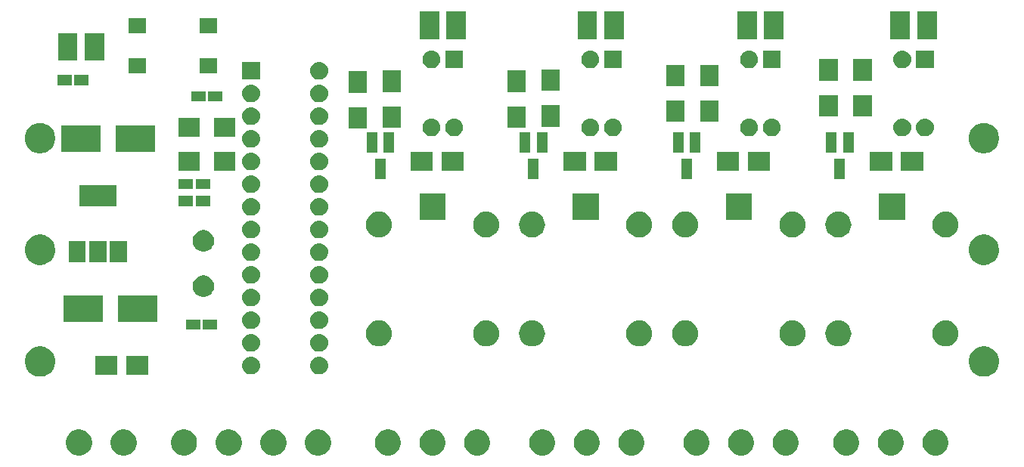
<source format=gbr>
G04 #@! TF.GenerationSoftware,KiCad,Pcbnew,(5.0.1)-3*
G04 #@! TF.CreationDate,2019-04-12T12:42:41-05:00*
G04 #@! TF.ProjectId,    RemoteControl,2020202052656D6F7465436F6E74726F,rev?*
G04 #@! TF.SameCoordinates,Original*
G04 #@! TF.FileFunction,Soldermask,Top*
G04 #@! TF.FilePolarity,Negative*
%FSLAX46Y46*%
G04 Gerber Fmt 4.6, Leading zero omitted, Abs format (unit mm)*
G04 Created by KiCad (PCBNEW (5.0.1)-3) date 12/04/2019 12:42:41*
%MOMM*%
%LPD*%
G01*
G04 APERTURE LIST*
%ADD10C,0.100000*%
G04 APERTURE END LIST*
D10*
G36*
X97918947Y-108841722D02*
X98182833Y-108951027D01*
X98420324Y-109109713D01*
X98622287Y-109311676D01*
X98780973Y-109549167D01*
X98890278Y-109813053D01*
X98946000Y-110093186D01*
X98946000Y-110378814D01*
X98890278Y-110658947D01*
X98780973Y-110922833D01*
X98622287Y-111160324D01*
X98420324Y-111362287D01*
X98182833Y-111520973D01*
X97918947Y-111630278D01*
X97638814Y-111686000D01*
X97353186Y-111686000D01*
X97073053Y-111630278D01*
X96809167Y-111520973D01*
X96571676Y-111362287D01*
X96369713Y-111160324D01*
X96211027Y-110922833D01*
X96101722Y-110658947D01*
X96046000Y-110378814D01*
X96046000Y-110093186D01*
X96101722Y-109813053D01*
X96211027Y-109549167D01*
X96369713Y-109311676D01*
X96571676Y-109109713D01*
X96809167Y-108951027D01*
X97073053Y-108841722D01*
X97353186Y-108786000D01*
X97638814Y-108786000D01*
X97918947Y-108841722D01*
X97918947Y-108841722D01*
G37*
G36*
X137502947Y-108841722D02*
X137766833Y-108951027D01*
X138004324Y-109109713D01*
X138206287Y-109311676D01*
X138364973Y-109549167D01*
X138474278Y-109813053D01*
X138530000Y-110093186D01*
X138530000Y-110378814D01*
X138474278Y-110658947D01*
X138364973Y-110922833D01*
X138206287Y-111160324D01*
X138004324Y-111362287D01*
X137766833Y-111520973D01*
X137502947Y-111630278D01*
X137222814Y-111686000D01*
X136937186Y-111686000D01*
X136657053Y-111630278D01*
X136393167Y-111520973D01*
X136155676Y-111362287D01*
X135953713Y-111160324D01*
X135795027Y-110922833D01*
X135685722Y-110658947D01*
X135630000Y-110378814D01*
X135630000Y-110093186D01*
X135685722Y-109813053D01*
X135795027Y-109549167D01*
X135953713Y-109311676D01*
X136155676Y-109109713D01*
X136393167Y-108951027D01*
X136657053Y-108841722D01*
X136937186Y-108786000D01*
X137222814Y-108786000D01*
X137502947Y-108841722D01*
X137502947Y-108841722D01*
G37*
G36*
X188810947Y-108841722D02*
X189074833Y-108951027D01*
X189312324Y-109109713D01*
X189514287Y-109311676D01*
X189672973Y-109549167D01*
X189782278Y-109813053D01*
X189838000Y-110093186D01*
X189838000Y-110378814D01*
X189782278Y-110658947D01*
X189672973Y-110922833D01*
X189514287Y-111160324D01*
X189312324Y-111362287D01*
X189074833Y-111520973D01*
X188810947Y-111630278D01*
X188530814Y-111686000D01*
X188245186Y-111686000D01*
X187965053Y-111630278D01*
X187701167Y-111520973D01*
X187463676Y-111362287D01*
X187261713Y-111160324D01*
X187103027Y-110922833D01*
X186993722Y-110658947D01*
X186938000Y-110378814D01*
X186938000Y-110093186D01*
X186993722Y-109813053D01*
X187103027Y-109549167D01*
X187261713Y-109311676D01*
X187463676Y-109109713D01*
X187701167Y-108951027D01*
X187965053Y-108841722D01*
X188245186Y-108786000D01*
X188530814Y-108786000D01*
X188810947Y-108841722D01*
X188810947Y-108841722D01*
G37*
G36*
X178810947Y-108841722D02*
X179074833Y-108951027D01*
X179312324Y-109109713D01*
X179514287Y-109311676D01*
X179672973Y-109549167D01*
X179782278Y-109813053D01*
X179838000Y-110093186D01*
X179838000Y-110378814D01*
X179782278Y-110658947D01*
X179672973Y-110922833D01*
X179514287Y-111160324D01*
X179312324Y-111362287D01*
X179074833Y-111520973D01*
X178810947Y-111630278D01*
X178530814Y-111686000D01*
X178245186Y-111686000D01*
X177965053Y-111630278D01*
X177701167Y-111520973D01*
X177463676Y-111362287D01*
X177261713Y-111160324D01*
X177103027Y-110922833D01*
X176993722Y-110658947D01*
X176938000Y-110378814D01*
X176938000Y-110093186D01*
X176993722Y-109813053D01*
X177103027Y-109549167D01*
X177261713Y-109311676D01*
X177463676Y-109109713D01*
X177701167Y-108951027D01*
X177965053Y-108841722D01*
X178245186Y-108786000D01*
X178530814Y-108786000D01*
X178810947Y-108841722D01*
X178810947Y-108841722D01*
G37*
G36*
X172046947Y-108841722D02*
X172310833Y-108951027D01*
X172548324Y-109109713D01*
X172750287Y-109311676D01*
X172908973Y-109549167D01*
X173018278Y-109813053D01*
X173074000Y-110093186D01*
X173074000Y-110378814D01*
X173018278Y-110658947D01*
X172908973Y-110922833D01*
X172750287Y-111160324D01*
X172548324Y-111362287D01*
X172310833Y-111520973D01*
X172046947Y-111630278D01*
X171766814Y-111686000D01*
X171481186Y-111686000D01*
X171201053Y-111630278D01*
X170937167Y-111520973D01*
X170699676Y-111362287D01*
X170497713Y-111160324D01*
X170339027Y-110922833D01*
X170229722Y-110658947D01*
X170174000Y-110378814D01*
X170174000Y-110093186D01*
X170229722Y-109813053D01*
X170339027Y-109549167D01*
X170497713Y-109311676D01*
X170699676Y-109109713D01*
X170937167Y-108951027D01*
X171201053Y-108841722D01*
X171481186Y-108786000D01*
X171766814Y-108786000D01*
X172046947Y-108841722D01*
X172046947Y-108841722D01*
G37*
G36*
X162046947Y-108841722D02*
X162310833Y-108951027D01*
X162548324Y-109109713D01*
X162750287Y-109311676D01*
X162908973Y-109549167D01*
X163018278Y-109813053D01*
X163074000Y-110093186D01*
X163074000Y-110378814D01*
X163018278Y-110658947D01*
X162908973Y-110922833D01*
X162750287Y-111160324D01*
X162548324Y-111362287D01*
X162310833Y-111520973D01*
X162046947Y-111630278D01*
X161766814Y-111686000D01*
X161481186Y-111686000D01*
X161201053Y-111630278D01*
X160937167Y-111520973D01*
X160699676Y-111362287D01*
X160497713Y-111160324D01*
X160339027Y-110922833D01*
X160229722Y-110658947D01*
X160174000Y-110378814D01*
X160174000Y-110093186D01*
X160229722Y-109813053D01*
X160339027Y-109549167D01*
X160497713Y-109311676D01*
X160699676Y-109109713D01*
X160937167Y-108951027D01*
X161201053Y-108841722D01*
X161481186Y-108786000D01*
X161766814Y-108786000D01*
X162046947Y-108841722D01*
X162046947Y-108841722D01*
G37*
G36*
X167046947Y-108841722D02*
X167310833Y-108951027D01*
X167548324Y-109109713D01*
X167750287Y-109311676D01*
X167908973Y-109549167D01*
X168018278Y-109813053D01*
X168074000Y-110093186D01*
X168074000Y-110378814D01*
X168018278Y-110658947D01*
X167908973Y-110922833D01*
X167750287Y-111160324D01*
X167548324Y-111362287D01*
X167310833Y-111520973D01*
X167046947Y-111630278D01*
X166766814Y-111686000D01*
X166481186Y-111686000D01*
X166201053Y-111630278D01*
X165937167Y-111520973D01*
X165699676Y-111362287D01*
X165497713Y-111160324D01*
X165339027Y-110922833D01*
X165229722Y-110658947D01*
X165174000Y-110378814D01*
X165174000Y-110093186D01*
X165229722Y-109813053D01*
X165339027Y-109549167D01*
X165497713Y-109311676D01*
X165699676Y-109109713D01*
X165937167Y-108951027D01*
X166201053Y-108841722D01*
X166481186Y-108786000D01*
X166766814Y-108786000D01*
X167046947Y-108841722D01*
X167046947Y-108841722D01*
G37*
G36*
X132502947Y-108841722D02*
X132766833Y-108951027D01*
X133004324Y-109109713D01*
X133206287Y-109311676D01*
X133364973Y-109549167D01*
X133474278Y-109813053D01*
X133530000Y-110093186D01*
X133530000Y-110378814D01*
X133474278Y-110658947D01*
X133364973Y-110922833D01*
X133206287Y-111160324D01*
X133004324Y-111362287D01*
X132766833Y-111520973D01*
X132502947Y-111630278D01*
X132222814Y-111686000D01*
X131937186Y-111686000D01*
X131657053Y-111630278D01*
X131393167Y-111520973D01*
X131155676Y-111362287D01*
X130953713Y-111160324D01*
X130795027Y-110922833D01*
X130685722Y-110658947D01*
X130630000Y-110378814D01*
X130630000Y-110093186D01*
X130685722Y-109813053D01*
X130795027Y-109549167D01*
X130953713Y-109311676D01*
X131155676Y-109109713D01*
X131393167Y-108951027D01*
X131657053Y-108841722D01*
X131937186Y-108786000D01*
X132222814Y-108786000D01*
X132502947Y-108841722D01*
X132502947Y-108841722D01*
G37*
G36*
X127502947Y-108841722D02*
X127766833Y-108951027D01*
X128004324Y-109109713D01*
X128206287Y-109311676D01*
X128364973Y-109549167D01*
X128474278Y-109813053D01*
X128530000Y-110093186D01*
X128530000Y-110378814D01*
X128474278Y-110658947D01*
X128364973Y-110922833D01*
X128206287Y-111160324D01*
X128004324Y-111362287D01*
X127766833Y-111520973D01*
X127502947Y-111630278D01*
X127222814Y-111686000D01*
X126937186Y-111686000D01*
X126657053Y-111630278D01*
X126393167Y-111520973D01*
X126155676Y-111362287D01*
X125953713Y-111160324D01*
X125795027Y-110922833D01*
X125685722Y-110658947D01*
X125630000Y-110378814D01*
X125630000Y-110093186D01*
X125685722Y-109813053D01*
X125795027Y-109549167D01*
X125953713Y-109311676D01*
X126155676Y-109109713D01*
X126393167Y-108951027D01*
X126657053Y-108841722D01*
X126937186Y-108786000D01*
X127222814Y-108786000D01*
X127502947Y-108841722D01*
X127502947Y-108841722D01*
G37*
G36*
X183810947Y-108841722D02*
X184074833Y-108951027D01*
X184312324Y-109109713D01*
X184514287Y-109311676D01*
X184672973Y-109549167D01*
X184782278Y-109813053D01*
X184838000Y-110093186D01*
X184838000Y-110378814D01*
X184782278Y-110658947D01*
X184672973Y-110922833D01*
X184514287Y-111160324D01*
X184312324Y-111362287D01*
X184074833Y-111520973D01*
X183810947Y-111630278D01*
X183530814Y-111686000D01*
X183245186Y-111686000D01*
X182965053Y-111630278D01*
X182701167Y-111520973D01*
X182463676Y-111362287D01*
X182261713Y-111160324D01*
X182103027Y-110922833D01*
X181993722Y-110658947D01*
X181938000Y-110378814D01*
X181938000Y-110093186D01*
X181993722Y-109813053D01*
X182103027Y-109549167D01*
X182261713Y-109311676D01*
X182463676Y-109109713D01*
X182701167Y-108951027D01*
X182965053Y-108841722D01*
X183245186Y-108786000D01*
X183530814Y-108786000D01*
X183810947Y-108841722D01*
X183810947Y-108841722D01*
G37*
G36*
X144774947Y-108841722D02*
X145038833Y-108951027D01*
X145276324Y-109109713D01*
X145478287Y-109311676D01*
X145636973Y-109549167D01*
X145746278Y-109813053D01*
X145802000Y-110093186D01*
X145802000Y-110378814D01*
X145746278Y-110658947D01*
X145636973Y-110922833D01*
X145478287Y-111160324D01*
X145276324Y-111362287D01*
X145038833Y-111520973D01*
X144774947Y-111630278D01*
X144494814Y-111686000D01*
X144209186Y-111686000D01*
X143929053Y-111630278D01*
X143665167Y-111520973D01*
X143427676Y-111362287D01*
X143225713Y-111160324D01*
X143067027Y-110922833D01*
X142957722Y-110658947D01*
X142902000Y-110378814D01*
X142902000Y-110093186D01*
X142957722Y-109813053D01*
X143067027Y-109549167D01*
X143225713Y-109311676D01*
X143427676Y-109109713D01*
X143665167Y-108951027D01*
X143929053Y-108841722D01*
X144209186Y-108786000D01*
X144494814Y-108786000D01*
X144774947Y-108841722D01*
X144774947Y-108841722D01*
G37*
G36*
X149774947Y-108841722D02*
X150038833Y-108951027D01*
X150276324Y-109109713D01*
X150478287Y-109311676D01*
X150636973Y-109549167D01*
X150746278Y-109813053D01*
X150802000Y-110093186D01*
X150802000Y-110378814D01*
X150746278Y-110658947D01*
X150636973Y-110922833D01*
X150478287Y-111160324D01*
X150276324Y-111362287D01*
X150038833Y-111520973D01*
X149774947Y-111630278D01*
X149494814Y-111686000D01*
X149209186Y-111686000D01*
X148929053Y-111630278D01*
X148665167Y-111520973D01*
X148427676Y-111362287D01*
X148225713Y-111160324D01*
X148067027Y-110922833D01*
X147957722Y-110658947D01*
X147902000Y-110378814D01*
X147902000Y-110093186D01*
X147957722Y-109813053D01*
X148067027Y-109549167D01*
X148225713Y-109311676D01*
X148427676Y-109109713D01*
X148665167Y-108951027D01*
X148929053Y-108841722D01*
X149209186Y-108786000D01*
X149494814Y-108786000D01*
X149774947Y-108841722D01*
X149774947Y-108841722D01*
G37*
G36*
X119682947Y-108841722D02*
X119946833Y-108951027D01*
X120184324Y-109109713D01*
X120386287Y-109311676D01*
X120544973Y-109549167D01*
X120654278Y-109813053D01*
X120710000Y-110093186D01*
X120710000Y-110378814D01*
X120654278Y-110658947D01*
X120544973Y-110922833D01*
X120386287Y-111160324D01*
X120184324Y-111362287D01*
X119946833Y-111520973D01*
X119682947Y-111630278D01*
X119402814Y-111686000D01*
X119117186Y-111686000D01*
X118837053Y-111630278D01*
X118573167Y-111520973D01*
X118335676Y-111362287D01*
X118133713Y-111160324D01*
X117975027Y-110922833D01*
X117865722Y-110658947D01*
X117810000Y-110378814D01*
X117810000Y-110093186D01*
X117865722Y-109813053D01*
X117975027Y-109549167D01*
X118133713Y-109311676D01*
X118335676Y-109109713D01*
X118573167Y-108951027D01*
X118837053Y-108841722D01*
X119117186Y-108786000D01*
X119402814Y-108786000D01*
X119682947Y-108841722D01*
X119682947Y-108841722D01*
G37*
G36*
X114682947Y-108841722D02*
X114946833Y-108951027D01*
X115184324Y-109109713D01*
X115386287Y-109311676D01*
X115544973Y-109549167D01*
X115654278Y-109813053D01*
X115710000Y-110093186D01*
X115710000Y-110378814D01*
X115654278Y-110658947D01*
X115544973Y-110922833D01*
X115386287Y-111160324D01*
X115184324Y-111362287D01*
X114946833Y-111520973D01*
X114682947Y-111630278D01*
X114402814Y-111686000D01*
X114117186Y-111686000D01*
X113837053Y-111630278D01*
X113573167Y-111520973D01*
X113335676Y-111362287D01*
X113133713Y-111160324D01*
X112975027Y-110922833D01*
X112865722Y-110658947D01*
X112810000Y-110378814D01*
X112810000Y-110093186D01*
X112865722Y-109813053D01*
X112975027Y-109549167D01*
X113133713Y-109311676D01*
X113335676Y-109109713D01*
X113573167Y-108951027D01*
X113837053Y-108841722D01*
X114117186Y-108786000D01*
X114402814Y-108786000D01*
X114682947Y-108841722D01*
X114682947Y-108841722D01*
G37*
G36*
X104682947Y-108841722D02*
X104946833Y-108951027D01*
X105184324Y-109109713D01*
X105386287Y-109311676D01*
X105544973Y-109549167D01*
X105654278Y-109813053D01*
X105710000Y-110093186D01*
X105710000Y-110378814D01*
X105654278Y-110658947D01*
X105544973Y-110922833D01*
X105386287Y-111160324D01*
X105184324Y-111362287D01*
X104946833Y-111520973D01*
X104682947Y-111630278D01*
X104402814Y-111686000D01*
X104117186Y-111686000D01*
X103837053Y-111630278D01*
X103573167Y-111520973D01*
X103335676Y-111362287D01*
X103133713Y-111160324D01*
X102975027Y-110922833D01*
X102865722Y-110658947D01*
X102810000Y-110378814D01*
X102810000Y-110093186D01*
X102865722Y-109813053D01*
X102975027Y-109549167D01*
X103133713Y-109311676D01*
X103335676Y-109109713D01*
X103573167Y-108951027D01*
X103837053Y-108841722D01*
X104117186Y-108786000D01*
X104402814Y-108786000D01*
X104682947Y-108841722D01*
X104682947Y-108841722D01*
G37*
G36*
X109682947Y-108841722D02*
X109946833Y-108951027D01*
X110184324Y-109109713D01*
X110386287Y-109311676D01*
X110544973Y-109549167D01*
X110654278Y-109813053D01*
X110710000Y-110093186D01*
X110710000Y-110378814D01*
X110654278Y-110658947D01*
X110544973Y-110922833D01*
X110386287Y-111160324D01*
X110184324Y-111362287D01*
X109946833Y-111520973D01*
X109682947Y-111630278D01*
X109402814Y-111686000D01*
X109117186Y-111686000D01*
X108837053Y-111630278D01*
X108573167Y-111520973D01*
X108335676Y-111362287D01*
X108133713Y-111160324D01*
X107975027Y-110922833D01*
X107865722Y-110658947D01*
X107810000Y-110378814D01*
X107810000Y-110093186D01*
X107865722Y-109813053D01*
X107975027Y-109549167D01*
X108133713Y-109311676D01*
X108335676Y-109109713D01*
X108573167Y-108951027D01*
X108837053Y-108841722D01*
X109117186Y-108786000D01*
X109402814Y-108786000D01*
X109682947Y-108841722D01*
X109682947Y-108841722D01*
G37*
G36*
X92918947Y-108841722D02*
X93182833Y-108951027D01*
X93420324Y-109109713D01*
X93622287Y-109311676D01*
X93780973Y-109549167D01*
X93890278Y-109813053D01*
X93946000Y-110093186D01*
X93946000Y-110378814D01*
X93890278Y-110658947D01*
X93780973Y-110922833D01*
X93622287Y-111160324D01*
X93420324Y-111362287D01*
X93182833Y-111520973D01*
X92918947Y-111630278D01*
X92638814Y-111686000D01*
X92353186Y-111686000D01*
X92073053Y-111630278D01*
X91809167Y-111520973D01*
X91571676Y-111362287D01*
X91369713Y-111160324D01*
X91211027Y-110922833D01*
X91101722Y-110658947D01*
X91046000Y-110378814D01*
X91046000Y-110093186D01*
X91101722Y-109813053D01*
X91211027Y-109549167D01*
X91369713Y-109311676D01*
X91571676Y-109109713D01*
X91809167Y-108951027D01*
X92073053Y-108841722D01*
X92353186Y-108786000D01*
X92638814Y-108786000D01*
X92918947Y-108841722D01*
X92918947Y-108841722D01*
G37*
G36*
X154774947Y-108841722D02*
X155038833Y-108951027D01*
X155276324Y-109109713D01*
X155478287Y-109311676D01*
X155636973Y-109549167D01*
X155746278Y-109813053D01*
X155802000Y-110093186D01*
X155802000Y-110378814D01*
X155746278Y-110658947D01*
X155636973Y-110922833D01*
X155478287Y-111160324D01*
X155276324Y-111362287D01*
X155038833Y-111520973D01*
X154774947Y-111630278D01*
X154494814Y-111686000D01*
X154209186Y-111686000D01*
X153929053Y-111630278D01*
X153665167Y-111520973D01*
X153427676Y-111362287D01*
X153225713Y-111160324D01*
X153067027Y-110922833D01*
X152957722Y-110658947D01*
X152902000Y-110378814D01*
X152902000Y-110093186D01*
X152957722Y-109813053D01*
X153067027Y-109549167D01*
X153225713Y-109311676D01*
X153427676Y-109109713D01*
X153665167Y-108951027D01*
X153929053Y-108841722D01*
X154209186Y-108786000D01*
X154494814Y-108786000D01*
X154774947Y-108841722D01*
X154774947Y-108841722D01*
G37*
G36*
X88524393Y-99499053D02*
X88633872Y-99520830D01*
X88943252Y-99648979D01*
X89221687Y-99835023D01*
X89458477Y-100071813D01*
X89644521Y-100350248D01*
X89772670Y-100659628D01*
X89838000Y-100988065D01*
X89838000Y-101322935D01*
X89772670Y-101651372D01*
X89644521Y-101960752D01*
X89458477Y-102239187D01*
X89221687Y-102475977D01*
X88943252Y-102662021D01*
X88633872Y-102790170D01*
X88524393Y-102811947D01*
X88305437Y-102855500D01*
X87970563Y-102855500D01*
X87751607Y-102811947D01*
X87642128Y-102790170D01*
X87332748Y-102662021D01*
X87054313Y-102475977D01*
X86817523Y-102239187D01*
X86631479Y-101960752D01*
X86503330Y-101651372D01*
X86438000Y-101322935D01*
X86438000Y-100988065D01*
X86503330Y-100659628D01*
X86631479Y-100350248D01*
X86817523Y-100071813D01*
X87054313Y-99835023D01*
X87332748Y-99648979D01*
X87642128Y-99520830D01*
X87751607Y-99499053D01*
X87970563Y-99455500D01*
X88305437Y-99455500D01*
X88524393Y-99499053D01*
X88524393Y-99499053D01*
G37*
G36*
X194188393Y-99499053D02*
X194297872Y-99520830D01*
X194607252Y-99648979D01*
X194885687Y-99835023D01*
X195122477Y-100071813D01*
X195308521Y-100350248D01*
X195436670Y-100659628D01*
X195502000Y-100988065D01*
X195502000Y-101322935D01*
X195436670Y-101651372D01*
X195308521Y-101960752D01*
X195122477Y-102239187D01*
X194885687Y-102475977D01*
X194607252Y-102662021D01*
X194297872Y-102790170D01*
X194188393Y-102811947D01*
X193969437Y-102855500D01*
X193634563Y-102855500D01*
X193415607Y-102811947D01*
X193306128Y-102790170D01*
X192996748Y-102662021D01*
X192718313Y-102475977D01*
X192481523Y-102239187D01*
X192295479Y-101960752D01*
X192167330Y-101651372D01*
X192102000Y-101322935D01*
X192102000Y-100988065D01*
X192167330Y-100659628D01*
X192295479Y-100350248D01*
X192481523Y-100071813D01*
X192718313Y-99835023D01*
X192996748Y-99648979D01*
X193306128Y-99520830D01*
X193415607Y-99499053D01*
X193634563Y-99455500D01*
X193969437Y-99455500D01*
X194188393Y-99499053D01*
X194188393Y-99499053D01*
G37*
G36*
X96802550Y-102649630D02*
X94301970Y-102649630D01*
X94301970Y-100550370D01*
X96802550Y-100550370D01*
X96802550Y-102649630D01*
X96802550Y-102649630D01*
G37*
G36*
X100262030Y-102649630D02*
X97761450Y-102649630D01*
X97761450Y-100550370D01*
X100262030Y-100550370D01*
X100262030Y-102649630D01*
X100262030Y-102649630D01*
G37*
G36*
X119576030Y-100614469D02*
X119576033Y-100614470D01*
X119576034Y-100614470D01*
X119764535Y-100671651D01*
X119764537Y-100671652D01*
X119938260Y-100764509D01*
X120090528Y-100889472D01*
X120215491Y-101041740D01*
X120215492Y-101041742D01*
X120308349Y-101215465D01*
X120340950Y-101322937D01*
X120365531Y-101403970D01*
X120384838Y-101600000D01*
X120365531Y-101796030D01*
X120308348Y-101984537D01*
X120215491Y-102158260D01*
X120090528Y-102310528D01*
X119938260Y-102435491D01*
X119938258Y-102435492D01*
X119764535Y-102528349D01*
X119576034Y-102585530D01*
X119576033Y-102585530D01*
X119576030Y-102585531D01*
X119429124Y-102600000D01*
X119330876Y-102600000D01*
X119183970Y-102585531D01*
X119183967Y-102585530D01*
X119183966Y-102585530D01*
X118995465Y-102528349D01*
X118821742Y-102435492D01*
X118821740Y-102435491D01*
X118669472Y-102310528D01*
X118544509Y-102158260D01*
X118451652Y-101984537D01*
X118394469Y-101796030D01*
X118375162Y-101600000D01*
X118394469Y-101403970D01*
X118419050Y-101322937D01*
X118451651Y-101215465D01*
X118544508Y-101041742D01*
X118544509Y-101041740D01*
X118669472Y-100889472D01*
X118821740Y-100764509D01*
X118995463Y-100671652D01*
X118995465Y-100671651D01*
X119183966Y-100614470D01*
X119183967Y-100614470D01*
X119183970Y-100614469D01*
X119330876Y-100600000D01*
X119429124Y-100600000D01*
X119576030Y-100614469D01*
X119576030Y-100614469D01*
G37*
G36*
X111956030Y-100614469D02*
X111956033Y-100614470D01*
X111956034Y-100614470D01*
X112144535Y-100671651D01*
X112144537Y-100671652D01*
X112318260Y-100764509D01*
X112470528Y-100889472D01*
X112595491Y-101041740D01*
X112595492Y-101041742D01*
X112688349Y-101215465D01*
X112720950Y-101322937D01*
X112745531Y-101403970D01*
X112764838Y-101600000D01*
X112745531Y-101796030D01*
X112688348Y-101984537D01*
X112595491Y-102158260D01*
X112470528Y-102310528D01*
X112318260Y-102435491D01*
X112318258Y-102435492D01*
X112144535Y-102528349D01*
X111956034Y-102585530D01*
X111956033Y-102585530D01*
X111956030Y-102585531D01*
X111809124Y-102600000D01*
X111710876Y-102600000D01*
X111563970Y-102585531D01*
X111563967Y-102585530D01*
X111563966Y-102585530D01*
X111375465Y-102528349D01*
X111201742Y-102435492D01*
X111201740Y-102435491D01*
X111049472Y-102310528D01*
X110924509Y-102158260D01*
X110831652Y-101984537D01*
X110774469Y-101796030D01*
X110755162Y-101600000D01*
X110774469Y-101403970D01*
X110799050Y-101322937D01*
X110831651Y-101215465D01*
X110924508Y-101041742D01*
X110924509Y-101041740D01*
X111049472Y-100889472D01*
X111201740Y-100764509D01*
X111375463Y-100671652D01*
X111375465Y-100671651D01*
X111563966Y-100614470D01*
X111563967Y-100614470D01*
X111563970Y-100614469D01*
X111710876Y-100600000D01*
X111809124Y-100600000D01*
X111956030Y-100614469D01*
X111956030Y-100614469D01*
G37*
G36*
X119576030Y-98074469D02*
X119576033Y-98074470D01*
X119576034Y-98074470D01*
X119764535Y-98131651D01*
X119764537Y-98131652D01*
X119938260Y-98224509D01*
X120090528Y-98349472D01*
X120215491Y-98501740D01*
X120215492Y-98501742D01*
X120308349Y-98675465D01*
X120365530Y-98863966D01*
X120365531Y-98863970D01*
X120384838Y-99060000D01*
X120365531Y-99256030D01*
X120308348Y-99444537D01*
X120215491Y-99618260D01*
X120090528Y-99770528D01*
X119938260Y-99895491D01*
X119938258Y-99895492D01*
X119764535Y-99988349D01*
X119576034Y-100045530D01*
X119576033Y-100045530D01*
X119576030Y-100045531D01*
X119429124Y-100060000D01*
X119330876Y-100060000D01*
X119183970Y-100045531D01*
X119183967Y-100045530D01*
X119183966Y-100045530D01*
X118995465Y-99988349D01*
X118821742Y-99895492D01*
X118821740Y-99895491D01*
X118669472Y-99770528D01*
X118544509Y-99618260D01*
X118451652Y-99444537D01*
X118394469Y-99256030D01*
X118375162Y-99060000D01*
X118394469Y-98863970D01*
X118394470Y-98863966D01*
X118451651Y-98675465D01*
X118544508Y-98501742D01*
X118544509Y-98501740D01*
X118669472Y-98349472D01*
X118821740Y-98224509D01*
X118995463Y-98131652D01*
X118995465Y-98131651D01*
X119183966Y-98074470D01*
X119183967Y-98074470D01*
X119183970Y-98074469D01*
X119330876Y-98060000D01*
X119429124Y-98060000D01*
X119576030Y-98074469D01*
X119576030Y-98074469D01*
G37*
G36*
X111956030Y-98074469D02*
X111956033Y-98074470D01*
X111956034Y-98074470D01*
X112144535Y-98131651D01*
X112144537Y-98131652D01*
X112318260Y-98224509D01*
X112470528Y-98349472D01*
X112595491Y-98501740D01*
X112595492Y-98501742D01*
X112688349Y-98675465D01*
X112745530Y-98863966D01*
X112745531Y-98863970D01*
X112764838Y-99060000D01*
X112745531Y-99256030D01*
X112688348Y-99444537D01*
X112595491Y-99618260D01*
X112470528Y-99770528D01*
X112318260Y-99895491D01*
X112318258Y-99895492D01*
X112144535Y-99988349D01*
X111956034Y-100045530D01*
X111956033Y-100045530D01*
X111956030Y-100045531D01*
X111809124Y-100060000D01*
X111710876Y-100060000D01*
X111563970Y-100045531D01*
X111563967Y-100045530D01*
X111563966Y-100045530D01*
X111375465Y-99988349D01*
X111201742Y-99895492D01*
X111201740Y-99895491D01*
X111049472Y-99770528D01*
X110924509Y-99618260D01*
X110831652Y-99444537D01*
X110774469Y-99256030D01*
X110755162Y-99060000D01*
X110774469Y-98863970D01*
X110774470Y-98863966D01*
X110831651Y-98675465D01*
X110924508Y-98501742D01*
X110924509Y-98501740D01*
X111049472Y-98349472D01*
X111201740Y-98224509D01*
X111375463Y-98131652D01*
X111375465Y-98131651D01*
X111563966Y-98074470D01*
X111563967Y-98074470D01*
X111563970Y-98074469D01*
X111710876Y-98060000D01*
X111809124Y-98060000D01*
X111956030Y-98074469D01*
X111956030Y-98074469D01*
G37*
G36*
X143338830Y-96574196D02*
X143509250Y-96590981D01*
X143782576Y-96673894D01*
X144034474Y-96808536D01*
X144255265Y-96989735D01*
X144436464Y-97210526D01*
X144571106Y-97462424D01*
X144654019Y-97735750D01*
X144682015Y-98020000D01*
X144654019Y-98304250D01*
X144571106Y-98577576D01*
X144436464Y-98829474D01*
X144255265Y-99050265D01*
X144034474Y-99231464D01*
X143782576Y-99366106D01*
X143509250Y-99449019D01*
X143338830Y-99465804D01*
X143296226Y-99470000D01*
X143153774Y-99470000D01*
X143111170Y-99465804D01*
X142940750Y-99449019D01*
X142667424Y-99366106D01*
X142415526Y-99231464D01*
X142194735Y-99050265D01*
X142013536Y-98829474D01*
X141878894Y-98577576D01*
X141795981Y-98304250D01*
X141767985Y-98020000D01*
X141795981Y-97735750D01*
X141878894Y-97462424D01*
X142013536Y-97210526D01*
X142194735Y-96989735D01*
X142415526Y-96808536D01*
X142667424Y-96673894D01*
X142940750Y-96590981D01*
X143111170Y-96574196D01*
X143153774Y-96570000D01*
X143296226Y-96570000D01*
X143338830Y-96574196D01*
X143338830Y-96574196D01*
G37*
G36*
X160483830Y-96574196D02*
X160654250Y-96590981D01*
X160927576Y-96673894D01*
X161179474Y-96808536D01*
X161400265Y-96989735D01*
X161581464Y-97210526D01*
X161716106Y-97462424D01*
X161799019Y-97735750D01*
X161827015Y-98020000D01*
X161799019Y-98304250D01*
X161716106Y-98577576D01*
X161581464Y-98829474D01*
X161400265Y-99050265D01*
X161179474Y-99231464D01*
X160927576Y-99366106D01*
X160654250Y-99449019D01*
X160483830Y-99465804D01*
X160441226Y-99470000D01*
X160298774Y-99470000D01*
X160256170Y-99465804D01*
X160085750Y-99449019D01*
X159812424Y-99366106D01*
X159560526Y-99231464D01*
X159339735Y-99050265D01*
X159158536Y-98829474D01*
X159023894Y-98577576D01*
X158940981Y-98304250D01*
X158912985Y-98020000D01*
X158940981Y-97735750D01*
X159023894Y-97462424D01*
X159158536Y-97210526D01*
X159339735Y-96989735D01*
X159560526Y-96808536D01*
X159812424Y-96673894D01*
X160085750Y-96590981D01*
X160256170Y-96574196D01*
X160298774Y-96570000D01*
X160441226Y-96570000D01*
X160483830Y-96574196D01*
X160483830Y-96574196D01*
G37*
G36*
X189628830Y-96574196D02*
X189799250Y-96590981D01*
X190072576Y-96673894D01*
X190324474Y-96808536D01*
X190545265Y-96989735D01*
X190726464Y-97210526D01*
X190861106Y-97462424D01*
X190944019Y-97735750D01*
X190972015Y-98020000D01*
X190944019Y-98304250D01*
X190861106Y-98577576D01*
X190726464Y-98829474D01*
X190545265Y-99050265D01*
X190324474Y-99231464D01*
X190072576Y-99366106D01*
X189799250Y-99449019D01*
X189628830Y-99465804D01*
X189586226Y-99470000D01*
X189443774Y-99470000D01*
X189401170Y-99465804D01*
X189230750Y-99449019D01*
X188957424Y-99366106D01*
X188705526Y-99231464D01*
X188484735Y-99050265D01*
X188303536Y-98829474D01*
X188168894Y-98577576D01*
X188085981Y-98304250D01*
X188057985Y-98020000D01*
X188085981Y-97735750D01*
X188168894Y-97462424D01*
X188303536Y-97210526D01*
X188484735Y-96989735D01*
X188705526Y-96808536D01*
X188957424Y-96673894D01*
X189230750Y-96590981D01*
X189401170Y-96574196D01*
X189443774Y-96570000D01*
X189586226Y-96570000D01*
X189628830Y-96574196D01*
X189628830Y-96574196D01*
G37*
G36*
X155338830Y-96574196D02*
X155509250Y-96590981D01*
X155782576Y-96673894D01*
X156034474Y-96808536D01*
X156255265Y-96989735D01*
X156436464Y-97210526D01*
X156571106Y-97462424D01*
X156654019Y-97735750D01*
X156682015Y-98020000D01*
X156654019Y-98304250D01*
X156571106Y-98577576D01*
X156436464Y-98829474D01*
X156255265Y-99050265D01*
X156034474Y-99231464D01*
X155782576Y-99366106D01*
X155509250Y-99449019D01*
X155338830Y-99465804D01*
X155296226Y-99470000D01*
X155153774Y-99470000D01*
X155111170Y-99465804D01*
X154940750Y-99449019D01*
X154667424Y-99366106D01*
X154415526Y-99231464D01*
X154194735Y-99050265D01*
X154013536Y-98829474D01*
X153878894Y-98577576D01*
X153795981Y-98304250D01*
X153767985Y-98020000D01*
X153795981Y-97735750D01*
X153878894Y-97462424D01*
X154013536Y-97210526D01*
X154194735Y-96989735D01*
X154415526Y-96808536D01*
X154667424Y-96673894D01*
X154940750Y-96590981D01*
X155111170Y-96574196D01*
X155153774Y-96570000D01*
X155296226Y-96570000D01*
X155338830Y-96574196D01*
X155338830Y-96574196D01*
G37*
G36*
X172483830Y-96574196D02*
X172654250Y-96590981D01*
X172927576Y-96673894D01*
X173179474Y-96808536D01*
X173400265Y-96989735D01*
X173581464Y-97210526D01*
X173716106Y-97462424D01*
X173799019Y-97735750D01*
X173827015Y-98020000D01*
X173799019Y-98304250D01*
X173716106Y-98577576D01*
X173581464Y-98829474D01*
X173400265Y-99050265D01*
X173179474Y-99231464D01*
X172927576Y-99366106D01*
X172654250Y-99449019D01*
X172483830Y-99465804D01*
X172441226Y-99470000D01*
X172298774Y-99470000D01*
X172256170Y-99465804D01*
X172085750Y-99449019D01*
X171812424Y-99366106D01*
X171560526Y-99231464D01*
X171339735Y-99050265D01*
X171158536Y-98829474D01*
X171023894Y-98577576D01*
X170940981Y-98304250D01*
X170912985Y-98020000D01*
X170940981Y-97735750D01*
X171023894Y-97462424D01*
X171158536Y-97210526D01*
X171339735Y-96989735D01*
X171560526Y-96808536D01*
X171812424Y-96673894D01*
X172085750Y-96590981D01*
X172256170Y-96574196D01*
X172298774Y-96570000D01*
X172441226Y-96570000D01*
X172483830Y-96574196D01*
X172483830Y-96574196D01*
G37*
G36*
X138193830Y-96574196D02*
X138364250Y-96590981D01*
X138637576Y-96673894D01*
X138889474Y-96808536D01*
X139110265Y-96989735D01*
X139291464Y-97210526D01*
X139426106Y-97462424D01*
X139509019Y-97735750D01*
X139537015Y-98020000D01*
X139509019Y-98304250D01*
X139426106Y-98577576D01*
X139291464Y-98829474D01*
X139110265Y-99050265D01*
X138889474Y-99231464D01*
X138637576Y-99366106D01*
X138364250Y-99449019D01*
X138193830Y-99465804D01*
X138151226Y-99470000D01*
X138008774Y-99470000D01*
X137966170Y-99465804D01*
X137795750Y-99449019D01*
X137522424Y-99366106D01*
X137270526Y-99231464D01*
X137049735Y-99050265D01*
X136868536Y-98829474D01*
X136733894Y-98577576D01*
X136650981Y-98304250D01*
X136622985Y-98020000D01*
X136650981Y-97735750D01*
X136733894Y-97462424D01*
X136868536Y-97210526D01*
X137049735Y-96989735D01*
X137270526Y-96808536D01*
X137522424Y-96673894D01*
X137795750Y-96590981D01*
X137966170Y-96574196D01*
X138008774Y-96570000D01*
X138151226Y-96570000D01*
X138193830Y-96574196D01*
X138193830Y-96574196D01*
G37*
G36*
X126193830Y-96574196D02*
X126364250Y-96590981D01*
X126637576Y-96673894D01*
X126889474Y-96808536D01*
X127110265Y-96989735D01*
X127291464Y-97210526D01*
X127426106Y-97462424D01*
X127509019Y-97735750D01*
X127537015Y-98020000D01*
X127509019Y-98304250D01*
X127426106Y-98577576D01*
X127291464Y-98829474D01*
X127110265Y-99050265D01*
X126889474Y-99231464D01*
X126637576Y-99366106D01*
X126364250Y-99449019D01*
X126193830Y-99465804D01*
X126151226Y-99470000D01*
X126008774Y-99470000D01*
X125966170Y-99465804D01*
X125795750Y-99449019D01*
X125522424Y-99366106D01*
X125270526Y-99231464D01*
X125049735Y-99050265D01*
X124868536Y-98829474D01*
X124733894Y-98577576D01*
X124650981Y-98304250D01*
X124622985Y-98020000D01*
X124650981Y-97735750D01*
X124733894Y-97462424D01*
X124868536Y-97210526D01*
X125049735Y-96989735D01*
X125270526Y-96808536D01*
X125522424Y-96673894D01*
X125795750Y-96590981D01*
X125966170Y-96574196D01*
X126008774Y-96570000D01*
X126151226Y-96570000D01*
X126193830Y-96574196D01*
X126193830Y-96574196D01*
G37*
G36*
X177628830Y-96574196D02*
X177799250Y-96590981D01*
X178072576Y-96673894D01*
X178324474Y-96808536D01*
X178545265Y-96989735D01*
X178726464Y-97210526D01*
X178861106Y-97462424D01*
X178944019Y-97735750D01*
X178972015Y-98020000D01*
X178944019Y-98304250D01*
X178861106Y-98577576D01*
X178726464Y-98829474D01*
X178545265Y-99050265D01*
X178324474Y-99231464D01*
X178072576Y-99366106D01*
X177799250Y-99449019D01*
X177628830Y-99465804D01*
X177586226Y-99470000D01*
X177443774Y-99470000D01*
X177401170Y-99465804D01*
X177230750Y-99449019D01*
X176957424Y-99366106D01*
X176705526Y-99231464D01*
X176484735Y-99050265D01*
X176303536Y-98829474D01*
X176168894Y-98577576D01*
X176085981Y-98304250D01*
X176057985Y-98020000D01*
X176085981Y-97735750D01*
X176168894Y-97462424D01*
X176303536Y-97210526D01*
X176484735Y-96989735D01*
X176705526Y-96808536D01*
X176957424Y-96673894D01*
X177230750Y-96590981D01*
X177401170Y-96574196D01*
X177443774Y-96570000D01*
X177586226Y-96570000D01*
X177628830Y-96574196D01*
X177628830Y-96574196D01*
G37*
G36*
X106088000Y-97603000D02*
X104488000Y-97603000D01*
X104488000Y-96453000D01*
X106088000Y-96453000D01*
X106088000Y-97603000D01*
X106088000Y-97603000D01*
G37*
G36*
X107988000Y-97603000D02*
X106388000Y-97603000D01*
X106388000Y-96453000D01*
X107988000Y-96453000D01*
X107988000Y-97603000D01*
X107988000Y-97603000D01*
G37*
G36*
X119576030Y-95534469D02*
X119576033Y-95534470D01*
X119576034Y-95534470D01*
X119764535Y-95591651D01*
X119764537Y-95591652D01*
X119938260Y-95684509D01*
X120090528Y-95809472D01*
X120215491Y-95961740D01*
X120308348Y-96135463D01*
X120365531Y-96323970D01*
X120384838Y-96520000D01*
X120365531Y-96716030D01*
X120308348Y-96904537D01*
X120215491Y-97078260D01*
X120090528Y-97230528D01*
X119938260Y-97355491D01*
X119938258Y-97355492D01*
X119764535Y-97448349D01*
X119576034Y-97505530D01*
X119576033Y-97505530D01*
X119576030Y-97505531D01*
X119429124Y-97520000D01*
X119330876Y-97520000D01*
X119183970Y-97505531D01*
X119183967Y-97505530D01*
X119183966Y-97505530D01*
X118995465Y-97448349D01*
X118821742Y-97355492D01*
X118821740Y-97355491D01*
X118669472Y-97230528D01*
X118544509Y-97078260D01*
X118451652Y-96904537D01*
X118394469Y-96716030D01*
X118375162Y-96520000D01*
X118394469Y-96323970D01*
X118451652Y-96135463D01*
X118544509Y-95961740D01*
X118669472Y-95809472D01*
X118821740Y-95684509D01*
X118995463Y-95591652D01*
X118995465Y-95591651D01*
X119183966Y-95534470D01*
X119183967Y-95534470D01*
X119183970Y-95534469D01*
X119330876Y-95520000D01*
X119429124Y-95520000D01*
X119576030Y-95534469D01*
X119576030Y-95534469D01*
G37*
G36*
X111956030Y-95534469D02*
X111956033Y-95534470D01*
X111956034Y-95534470D01*
X112144535Y-95591651D01*
X112144537Y-95591652D01*
X112318260Y-95684509D01*
X112470528Y-95809472D01*
X112595491Y-95961740D01*
X112688348Y-96135463D01*
X112745531Y-96323970D01*
X112764838Y-96520000D01*
X112745531Y-96716030D01*
X112688348Y-96904537D01*
X112595491Y-97078260D01*
X112470528Y-97230528D01*
X112318260Y-97355491D01*
X112318258Y-97355492D01*
X112144535Y-97448349D01*
X111956034Y-97505530D01*
X111956033Y-97505530D01*
X111956030Y-97505531D01*
X111809124Y-97520000D01*
X111710876Y-97520000D01*
X111563970Y-97505531D01*
X111563967Y-97505530D01*
X111563966Y-97505530D01*
X111375465Y-97448349D01*
X111201742Y-97355492D01*
X111201740Y-97355491D01*
X111049472Y-97230528D01*
X110924509Y-97078260D01*
X110831652Y-96904537D01*
X110774469Y-96716030D01*
X110755162Y-96520000D01*
X110774469Y-96323970D01*
X110831652Y-96135463D01*
X110924509Y-95961740D01*
X111049472Y-95809472D01*
X111201740Y-95684509D01*
X111375463Y-95591652D01*
X111375465Y-95591651D01*
X111563966Y-95534470D01*
X111563967Y-95534470D01*
X111563970Y-95534469D01*
X111710876Y-95520000D01*
X111809124Y-95520000D01*
X111956030Y-95534469D01*
X111956030Y-95534469D01*
G37*
G36*
X95162000Y-96700000D02*
X90762000Y-96700000D01*
X90762000Y-93800000D01*
X95162000Y-93800000D01*
X95162000Y-96700000D01*
X95162000Y-96700000D01*
G37*
G36*
X101262000Y-96700000D02*
X96862000Y-96700000D01*
X96862000Y-93800000D01*
X101262000Y-93800000D01*
X101262000Y-96700000D01*
X101262000Y-96700000D01*
G37*
G36*
X111956030Y-92994469D02*
X111956033Y-92994470D01*
X111956034Y-92994470D01*
X112144535Y-93051651D01*
X112144537Y-93051652D01*
X112318260Y-93144509D01*
X112470528Y-93269472D01*
X112595491Y-93421740D01*
X112595492Y-93421742D01*
X112688349Y-93595465D01*
X112745530Y-93783966D01*
X112745531Y-93783970D01*
X112764838Y-93980000D01*
X112745531Y-94176030D01*
X112688348Y-94364537D01*
X112595491Y-94538260D01*
X112470528Y-94690528D01*
X112318260Y-94815491D01*
X112318258Y-94815492D01*
X112144535Y-94908349D01*
X111956034Y-94965530D01*
X111956033Y-94965530D01*
X111956030Y-94965531D01*
X111809124Y-94980000D01*
X111710876Y-94980000D01*
X111563970Y-94965531D01*
X111563967Y-94965530D01*
X111563966Y-94965530D01*
X111375465Y-94908349D01*
X111201742Y-94815492D01*
X111201740Y-94815491D01*
X111049472Y-94690528D01*
X110924509Y-94538260D01*
X110831652Y-94364537D01*
X110774469Y-94176030D01*
X110755162Y-93980000D01*
X110774469Y-93783970D01*
X110774470Y-93783966D01*
X110831651Y-93595465D01*
X110924508Y-93421742D01*
X110924509Y-93421740D01*
X111049472Y-93269472D01*
X111201740Y-93144509D01*
X111375463Y-93051652D01*
X111375465Y-93051651D01*
X111563966Y-92994470D01*
X111563967Y-92994470D01*
X111563970Y-92994469D01*
X111710876Y-92980000D01*
X111809124Y-92980000D01*
X111956030Y-92994469D01*
X111956030Y-92994469D01*
G37*
G36*
X119576030Y-92994469D02*
X119576033Y-92994470D01*
X119576034Y-92994470D01*
X119764535Y-93051651D01*
X119764537Y-93051652D01*
X119938260Y-93144509D01*
X120090528Y-93269472D01*
X120215491Y-93421740D01*
X120215492Y-93421742D01*
X120308349Y-93595465D01*
X120365530Y-93783966D01*
X120365531Y-93783970D01*
X120384838Y-93980000D01*
X120365531Y-94176030D01*
X120308348Y-94364537D01*
X120215491Y-94538260D01*
X120090528Y-94690528D01*
X119938260Y-94815491D01*
X119938258Y-94815492D01*
X119764535Y-94908349D01*
X119576034Y-94965530D01*
X119576033Y-94965530D01*
X119576030Y-94965531D01*
X119429124Y-94980000D01*
X119330876Y-94980000D01*
X119183970Y-94965531D01*
X119183967Y-94965530D01*
X119183966Y-94965530D01*
X118995465Y-94908349D01*
X118821742Y-94815492D01*
X118821740Y-94815491D01*
X118669472Y-94690528D01*
X118544509Y-94538260D01*
X118451652Y-94364537D01*
X118394469Y-94176030D01*
X118375162Y-93980000D01*
X118394469Y-93783970D01*
X118394470Y-93783966D01*
X118451651Y-93595465D01*
X118544508Y-93421742D01*
X118544509Y-93421740D01*
X118669472Y-93269472D01*
X118821740Y-93144509D01*
X118995463Y-93051652D01*
X118995465Y-93051651D01*
X119183966Y-92994470D01*
X119183967Y-92994470D01*
X119183970Y-92994469D01*
X119330876Y-92980000D01*
X119429124Y-92980000D01*
X119576030Y-92994469D01*
X119576030Y-92994469D01*
G37*
G36*
X106775876Y-91556605D02*
X106994172Y-91647026D01*
X107190633Y-91778297D01*
X107357703Y-91945367D01*
X107488974Y-92141828D01*
X107579395Y-92360124D01*
X107625490Y-92591859D01*
X107625490Y-92828141D01*
X107579395Y-93059876D01*
X107488974Y-93278172D01*
X107357703Y-93474633D01*
X107190633Y-93641703D01*
X106994172Y-93772974D01*
X106775876Y-93863395D01*
X106544141Y-93909490D01*
X106307859Y-93909490D01*
X106076124Y-93863395D01*
X105857828Y-93772974D01*
X105661367Y-93641703D01*
X105494297Y-93474633D01*
X105363026Y-93278172D01*
X105272605Y-93059876D01*
X105226510Y-92828141D01*
X105226510Y-92591859D01*
X105272605Y-92360124D01*
X105363026Y-92141828D01*
X105494297Y-91945367D01*
X105661367Y-91778297D01*
X105857828Y-91647026D01*
X106076124Y-91556605D01*
X106307859Y-91510510D01*
X106544141Y-91510510D01*
X106775876Y-91556605D01*
X106775876Y-91556605D01*
G37*
G36*
X111956030Y-90454469D02*
X111956033Y-90454470D01*
X111956034Y-90454470D01*
X112144535Y-90511651D01*
X112144537Y-90511652D01*
X112318260Y-90604509D01*
X112470528Y-90729472D01*
X112595491Y-90881740D01*
X112688348Y-91055463D01*
X112745531Y-91243970D01*
X112764838Y-91440000D01*
X112745531Y-91636030D01*
X112745530Y-91636033D01*
X112745530Y-91636034D01*
X112702376Y-91778295D01*
X112688348Y-91824537D01*
X112595491Y-91998260D01*
X112470528Y-92150528D01*
X112318260Y-92275491D01*
X112318258Y-92275492D01*
X112144535Y-92368349D01*
X111956034Y-92425530D01*
X111956033Y-92425530D01*
X111956030Y-92425531D01*
X111809124Y-92440000D01*
X111710876Y-92440000D01*
X111563970Y-92425531D01*
X111563967Y-92425530D01*
X111563966Y-92425530D01*
X111375465Y-92368349D01*
X111201742Y-92275492D01*
X111201740Y-92275491D01*
X111049472Y-92150528D01*
X110924509Y-91998260D01*
X110831652Y-91824537D01*
X110817625Y-91778295D01*
X110774470Y-91636034D01*
X110774470Y-91636033D01*
X110774469Y-91636030D01*
X110755162Y-91440000D01*
X110774469Y-91243970D01*
X110831652Y-91055463D01*
X110924509Y-90881740D01*
X111049472Y-90729472D01*
X111201740Y-90604509D01*
X111375463Y-90511652D01*
X111375465Y-90511651D01*
X111563966Y-90454470D01*
X111563967Y-90454470D01*
X111563970Y-90454469D01*
X111710876Y-90440000D01*
X111809124Y-90440000D01*
X111956030Y-90454469D01*
X111956030Y-90454469D01*
G37*
G36*
X119576030Y-90454469D02*
X119576033Y-90454470D01*
X119576034Y-90454470D01*
X119764535Y-90511651D01*
X119764537Y-90511652D01*
X119938260Y-90604509D01*
X120090528Y-90729472D01*
X120215491Y-90881740D01*
X120308348Y-91055463D01*
X120365531Y-91243970D01*
X120384838Y-91440000D01*
X120365531Y-91636030D01*
X120365530Y-91636033D01*
X120365530Y-91636034D01*
X120322376Y-91778295D01*
X120308348Y-91824537D01*
X120215491Y-91998260D01*
X120090528Y-92150528D01*
X119938260Y-92275491D01*
X119938258Y-92275492D01*
X119764535Y-92368349D01*
X119576034Y-92425530D01*
X119576033Y-92425530D01*
X119576030Y-92425531D01*
X119429124Y-92440000D01*
X119330876Y-92440000D01*
X119183970Y-92425531D01*
X119183967Y-92425530D01*
X119183966Y-92425530D01*
X118995465Y-92368349D01*
X118821742Y-92275492D01*
X118821740Y-92275491D01*
X118669472Y-92150528D01*
X118544509Y-91998260D01*
X118451652Y-91824537D01*
X118437625Y-91778295D01*
X118394470Y-91636034D01*
X118394470Y-91636033D01*
X118394469Y-91636030D01*
X118375162Y-91440000D01*
X118394469Y-91243970D01*
X118451652Y-91055463D01*
X118544509Y-90881740D01*
X118669472Y-90729472D01*
X118821740Y-90604509D01*
X118995463Y-90511652D01*
X118995465Y-90511651D01*
X119183966Y-90454470D01*
X119183967Y-90454470D01*
X119183970Y-90454469D01*
X119330876Y-90440000D01*
X119429124Y-90440000D01*
X119576030Y-90454469D01*
X119576030Y-90454469D01*
G37*
G36*
X194188393Y-86989553D02*
X194297872Y-87011330D01*
X194607252Y-87139479D01*
X194885687Y-87325523D01*
X195122477Y-87562313D01*
X195308521Y-87840748D01*
X195436670Y-88150128D01*
X195458447Y-88259607D01*
X195502000Y-88478563D01*
X195502000Y-88813437D01*
X195484781Y-88900000D01*
X195436670Y-89141872D01*
X195308521Y-89451252D01*
X195122477Y-89729687D01*
X194885687Y-89966477D01*
X194607252Y-90152521D01*
X194297872Y-90280670D01*
X194188393Y-90302447D01*
X193969437Y-90346000D01*
X193634563Y-90346000D01*
X193415607Y-90302447D01*
X193306128Y-90280670D01*
X192996748Y-90152521D01*
X192718313Y-89966477D01*
X192481523Y-89729687D01*
X192295479Y-89451252D01*
X192167330Y-89141872D01*
X192119219Y-88900000D01*
X192102000Y-88813437D01*
X192102000Y-88478563D01*
X192145553Y-88259607D01*
X192167330Y-88150128D01*
X192295479Y-87840748D01*
X192481523Y-87562313D01*
X192718313Y-87325523D01*
X192996748Y-87139479D01*
X193306128Y-87011330D01*
X193415607Y-86989553D01*
X193634563Y-86946000D01*
X193969437Y-86946000D01*
X194188393Y-86989553D01*
X194188393Y-86989553D01*
G37*
G36*
X88524393Y-86989553D02*
X88633872Y-87011330D01*
X88943252Y-87139479D01*
X89221687Y-87325523D01*
X89458477Y-87562313D01*
X89644521Y-87840748D01*
X89772670Y-88150128D01*
X89794447Y-88259607D01*
X89838000Y-88478563D01*
X89838000Y-88813437D01*
X89820781Y-88900000D01*
X89772670Y-89141872D01*
X89644521Y-89451252D01*
X89458477Y-89729687D01*
X89221687Y-89966477D01*
X88943252Y-90152521D01*
X88633872Y-90280670D01*
X88524393Y-90302447D01*
X88305437Y-90346000D01*
X87970563Y-90346000D01*
X87751607Y-90302447D01*
X87642128Y-90280670D01*
X87332748Y-90152521D01*
X87054313Y-89966477D01*
X86817523Y-89729687D01*
X86631479Y-89451252D01*
X86503330Y-89141872D01*
X86455219Y-88900000D01*
X86438000Y-88813437D01*
X86438000Y-88478563D01*
X86481553Y-88259607D01*
X86503330Y-88150128D01*
X86631479Y-87840748D01*
X86817523Y-87562313D01*
X87054313Y-87325523D01*
X87332748Y-87139479D01*
X87642128Y-87011330D01*
X87751607Y-86989553D01*
X87970563Y-86946000D01*
X88305437Y-86946000D01*
X88524393Y-86989553D01*
X88524393Y-86989553D01*
G37*
G36*
X95565000Y-90075000D02*
X93665000Y-90075000D01*
X93665000Y-87675000D01*
X95565000Y-87675000D01*
X95565000Y-90075000D01*
X95565000Y-90075000D01*
G37*
G36*
X97865000Y-90075000D02*
X95965000Y-90075000D01*
X95965000Y-87675000D01*
X97865000Y-87675000D01*
X97865000Y-90075000D01*
X97865000Y-90075000D01*
G37*
G36*
X93265000Y-90075000D02*
X91365000Y-90075000D01*
X91365000Y-87675000D01*
X93265000Y-87675000D01*
X93265000Y-90075000D01*
X93265000Y-90075000D01*
G37*
G36*
X111956030Y-87914469D02*
X111956033Y-87914470D01*
X111956034Y-87914470D01*
X112144535Y-87971651D01*
X112144537Y-87971652D01*
X112318260Y-88064509D01*
X112470528Y-88189472D01*
X112595491Y-88341740D01*
X112668626Y-88478565D01*
X112688349Y-88515465D01*
X112745530Y-88703966D01*
X112745531Y-88703970D01*
X112764838Y-88900000D01*
X112745531Y-89096030D01*
X112745530Y-89096033D01*
X112745530Y-89096034D01*
X112731626Y-89141871D01*
X112688348Y-89284537D01*
X112595491Y-89458260D01*
X112470528Y-89610528D01*
X112318260Y-89735491D01*
X112318258Y-89735492D01*
X112144535Y-89828349D01*
X111956034Y-89885530D01*
X111956033Y-89885530D01*
X111956030Y-89885531D01*
X111809124Y-89900000D01*
X111710876Y-89900000D01*
X111563970Y-89885531D01*
X111563967Y-89885530D01*
X111563966Y-89885530D01*
X111375465Y-89828349D01*
X111201742Y-89735492D01*
X111201740Y-89735491D01*
X111049472Y-89610528D01*
X110924509Y-89458260D01*
X110831652Y-89284537D01*
X110788375Y-89141871D01*
X110774470Y-89096034D01*
X110774470Y-89096033D01*
X110774469Y-89096030D01*
X110755162Y-88900000D01*
X110774469Y-88703970D01*
X110774470Y-88703966D01*
X110831651Y-88515465D01*
X110851374Y-88478565D01*
X110924509Y-88341740D01*
X111049472Y-88189472D01*
X111201740Y-88064509D01*
X111375463Y-87971652D01*
X111375465Y-87971651D01*
X111563966Y-87914470D01*
X111563967Y-87914470D01*
X111563970Y-87914469D01*
X111710876Y-87900000D01*
X111809124Y-87900000D01*
X111956030Y-87914469D01*
X111956030Y-87914469D01*
G37*
G36*
X119576030Y-87914469D02*
X119576033Y-87914470D01*
X119576034Y-87914470D01*
X119764535Y-87971651D01*
X119764537Y-87971652D01*
X119938260Y-88064509D01*
X120090528Y-88189472D01*
X120215491Y-88341740D01*
X120288626Y-88478565D01*
X120308349Y-88515465D01*
X120365530Y-88703966D01*
X120365531Y-88703970D01*
X120384838Y-88900000D01*
X120365531Y-89096030D01*
X120365530Y-89096033D01*
X120365530Y-89096034D01*
X120351626Y-89141871D01*
X120308348Y-89284537D01*
X120215491Y-89458260D01*
X120090528Y-89610528D01*
X119938260Y-89735491D01*
X119938258Y-89735492D01*
X119764535Y-89828349D01*
X119576034Y-89885530D01*
X119576033Y-89885530D01*
X119576030Y-89885531D01*
X119429124Y-89900000D01*
X119330876Y-89900000D01*
X119183970Y-89885531D01*
X119183967Y-89885530D01*
X119183966Y-89885530D01*
X118995465Y-89828349D01*
X118821742Y-89735492D01*
X118821740Y-89735491D01*
X118669472Y-89610528D01*
X118544509Y-89458260D01*
X118451652Y-89284537D01*
X118408375Y-89141871D01*
X118394470Y-89096034D01*
X118394470Y-89096033D01*
X118394469Y-89096030D01*
X118375162Y-88900000D01*
X118394469Y-88703970D01*
X118394470Y-88703966D01*
X118451651Y-88515465D01*
X118471374Y-88478565D01*
X118544509Y-88341740D01*
X118669472Y-88189472D01*
X118821740Y-88064509D01*
X118995463Y-87971652D01*
X118995465Y-87971651D01*
X119183966Y-87914470D01*
X119183967Y-87914470D01*
X119183970Y-87914469D01*
X119330876Y-87900000D01*
X119429124Y-87900000D01*
X119576030Y-87914469D01*
X119576030Y-87914469D01*
G37*
G36*
X106775876Y-86476605D02*
X106994172Y-86567026D01*
X107190633Y-86698297D01*
X107357703Y-86865367D01*
X107488974Y-87061828D01*
X107579395Y-87280124D01*
X107625490Y-87511859D01*
X107625490Y-87748141D01*
X107579395Y-87979876D01*
X107488974Y-88198172D01*
X107357703Y-88394633D01*
X107190633Y-88561703D01*
X106994172Y-88692974D01*
X106775876Y-88783395D01*
X106544141Y-88829490D01*
X106307859Y-88829490D01*
X106076124Y-88783395D01*
X105857828Y-88692974D01*
X105661367Y-88561703D01*
X105494297Y-88394633D01*
X105363026Y-88198172D01*
X105272605Y-87979876D01*
X105226510Y-87748141D01*
X105226510Y-87511859D01*
X105272605Y-87280124D01*
X105363026Y-87061828D01*
X105494297Y-86865367D01*
X105661367Y-86698297D01*
X105857828Y-86567026D01*
X106076124Y-86476605D01*
X106307859Y-86430510D01*
X106544141Y-86430510D01*
X106775876Y-86476605D01*
X106775876Y-86476605D01*
G37*
G36*
X119576030Y-85374469D02*
X119576033Y-85374470D01*
X119576034Y-85374470D01*
X119764535Y-85431651D01*
X119764537Y-85431652D01*
X119938260Y-85524509D01*
X120090528Y-85649472D01*
X120215491Y-85801740D01*
X120308348Y-85975463D01*
X120365531Y-86163970D01*
X120384838Y-86360000D01*
X120365531Y-86556030D01*
X120365530Y-86556033D01*
X120365530Y-86556034D01*
X120322376Y-86698295D01*
X120308348Y-86744537D01*
X120215491Y-86918260D01*
X120090528Y-87070528D01*
X119938260Y-87195491D01*
X119938258Y-87195492D01*
X119764535Y-87288349D01*
X119576034Y-87345530D01*
X119576033Y-87345530D01*
X119576030Y-87345531D01*
X119429124Y-87360000D01*
X119330876Y-87360000D01*
X119183970Y-87345531D01*
X119183967Y-87345530D01*
X119183966Y-87345530D01*
X118995465Y-87288349D01*
X118821742Y-87195492D01*
X118821740Y-87195491D01*
X118669472Y-87070528D01*
X118544509Y-86918260D01*
X118451652Y-86744537D01*
X118437625Y-86698295D01*
X118394470Y-86556034D01*
X118394470Y-86556033D01*
X118394469Y-86556030D01*
X118375162Y-86360000D01*
X118394469Y-86163970D01*
X118451652Y-85975463D01*
X118544509Y-85801740D01*
X118669472Y-85649472D01*
X118821740Y-85524509D01*
X118995463Y-85431652D01*
X118995465Y-85431651D01*
X119183966Y-85374470D01*
X119183967Y-85374470D01*
X119183970Y-85374469D01*
X119330876Y-85360000D01*
X119429124Y-85360000D01*
X119576030Y-85374469D01*
X119576030Y-85374469D01*
G37*
G36*
X111956030Y-85374469D02*
X111956033Y-85374470D01*
X111956034Y-85374470D01*
X112144535Y-85431651D01*
X112144537Y-85431652D01*
X112318260Y-85524509D01*
X112470528Y-85649472D01*
X112595491Y-85801740D01*
X112688348Y-85975463D01*
X112745531Y-86163970D01*
X112764838Y-86360000D01*
X112745531Y-86556030D01*
X112745530Y-86556033D01*
X112745530Y-86556034D01*
X112702376Y-86698295D01*
X112688348Y-86744537D01*
X112595491Y-86918260D01*
X112470528Y-87070528D01*
X112318260Y-87195491D01*
X112318258Y-87195492D01*
X112144535Y-87288349D01*
X111956034Y-87345530D01*
X111956033Y-87345530D01*
X111956030Y-87345531D01*
X111809124Y-87360000D01*
X111710876Y-87360000D01*
X111563970Y-87345531D01*
X111563967Y-87345530D01*
X111563966Y-87345530D01*
X111375465Y-87288349D01*
X111201742Y-87195492D01*
X111201740Y-87195491D01*
X111049472Y-87070528D01*
X110924509Y-86918260D01*
X110831652Y-86744537D01*
X110817625Y-86698295D01*
X110774470Y-86556034D01*
X110774470Y-86556033D01*
X110774469Y-86556030D01*
X110755162Y-86360000D01*
X110774469Y-86163970D01*
X110831652Y-85975463D01*
X110924509Y-85801740D01*
X111049472Y-85649472D01*
X111201740Y-85524509D01*
X111375463Y-85431652D01*
X111375465Y-85431651D01*
X111563966Y-85374470D01*
X111563967Y-85374470D01*
X111563970Y-85374469D01*
X111710876Y-85360000D01*
X111809124Y-85360000D01*
X111956030Y-85374469D01*
X111956030Y-85374469D01*
G37*
G36*
X143338830Y-84374196D02*
X143509250Y-84390981D01*
X143782576Y-84473894D01*
X144034474Y-84608536D01*
X144255265Y-84789735D01*
X144436464Y-85010526D01*
X144571106Y-85262424D01*
X144654019Y-85535750D01*
X144682015Y-85820000D01*
X144654019Y-86104250D01*
X144571106Y-86377576D01*
X144436464Y-86629474D01*
X144255265Y-86850265D01*
X144034474Y-87031464D01*
X143782576Y-87166106D01*
X143509250Y-87249019D01*
X143338830Y-87265804D01*
X143296226Y-87270000D01*
X143153774Y-87270000D01*
X143111170Y-87265804D01*
X142940750Y-87249019D01*
X142667424Y-87166106D01*
X142415526Y-87031464D01*
X142194735Y-86850265D01*
X142013536Y-86629474D01*
X141878894Y-86377576D01*
X141795981Y-86104250D01*
X141767985Y-85820000D01*
X141795981Y-85535750D01*
X141878894Y-85262424D01*
X142013536Y-85010526D01*
X142194735Y-84789735D01*
X142415526Y-84608536D01*
X142667424Y-84473894D01*
X142940750Y-84390981D01*
X143111170Y-84374196D01*
X143153774Y-84370000D01*
X143296226Y-84370000D01*
X143338830Y-84374196D01*
X143338830Y-84374196D01*
G37*
G36*
X138193830Y-84374196D02*
X138364250Y-84390981D01*
X138637576Y-84473894D01*
X138889474Y-84608536D01*
X139110265Y-84789735D01*
X139291464Y-85010526D01*
X139426106Y-85262424D01*
X139509019Y-85535750D01*
X139537015Y-85820000D01*
X139509019Y-86104250D01*
X139426106Y-86377576D01*
X139291464Y-86629474D01*
X139110265Y-86850265D01*
X138889474Y-87031464D01*
X138637576Y-87166106D01*
X138364250Y-87249019D01*
X138193830Y-87265804D01*
X138151226Y-87270000D01*
X138008774Y-87270000D01*
X137966170Y-87265804D01*
X137795750Y-87249019D01*
X137522424Y-87166106D01*
X137270526Y-87031464D01*
X137049735Y-86850265D01*
X136868536Y-86629474D01*
X136733894Y-86377576D01*
X136650981Y-86104250D01*
X136622985Y-85820000D01*
X136650981Y-85535750D01*
X136733894Y-85262424D01*
X136868536Y-85010526D01*
X137049735Y-84789735D01*
X137270526Y-84608536D01*
X137522424Y-84473894D01*
X137795750Y-84390981D01*
X137966170Y-84374196D01*
X138008774Y-84370000D01*
X138151226Y-84370000D01*
X138193830Y-84374196D01*
X138193830Y-84374196D01*
G37*
G36*
X155338830Y-84374196D02*
X155509250Y-84390981D01*
X155782576Y-84473894D01*
X156034474Y-84608536D01*
X156255265Y-84789735D01*
X156436464Y-85010526D01*
X156571106Y-85262424D01*
X156654019Y-85535750D01*
X156682015Y-85820000D01*
X156654019Y-86104250D01*
X156571106Y-86377576D01*
X156436464Y-86629474D01*
X156255265Y-86850265D01*
X156034474Y-87031464D01*
X155782576Y-87166106D01*
X155509250Y-87249019D01*
X155338830Y-87265804D01*
X155296226Y-87270000D01*
X155153774Y-87270000D01*
X155111170Y-87265804D01*
X154940750Y-87249019D01*
X154667424Y-87166106D01*
X154415526Y-87031464D01*
X154194735Y-86850265D01*
X154013536Y-86629474D01*
X153878894Y-86377576D01*
X153795981Y-86104250D01*
X153767985Y-85820000D01*
X153795981Y-85535750D01*
X153878894Y-85262424D01*
X154013536Y-85010526D01*
X154194735Y-84789735D01*
X154415526Y-84608536D01*
X154667424Y-84473894D01*
X154940750Y-84390981D01*
X155111170Y-84374196D01*
X155153774Y-84370000D01*
X155296226Y-84370000D01*
X155338830Y-84374196D01*
X155338830Y-84374196D01*
G37*
G36*
X126193830Y-84374196D02*
X126364250Y-84390981D01*
X126637576Y-84473894D01*
X126889474Y-84608536D01*
X127110265Y-84789735D01*
X127291464Y-85010526D01*
X127426106Y-85262424D01*
X127509019Y-85535750D01*
X127537015Y-85820000D01*
X127509019Y-86104250D01*
X127426106Y-86377576D01*
X127291464Y-86629474D01*
X127110265Y-86850265D01*
X126889474Y-87031464D01*
X126637576Y-87166106D01*
X126364250Y-87249019D01*
X126193830Y-87265804D01*
X126151226Y-87270000D01*
X126008774Y-87270000D01*
X125966170Y-87265804D01*
X125795750Y-87249019D01*
X125522424Y-87166106D01*
X125270526Y-87031464D01*
X125049735Y-86850265D01*
X124868536Y-86629474D01*
X124733894Y-86377576D01*
X124650981Y-86104250D01*
X124622985Y-85820000D01*
X124650981Y-85535750D01*
X124733894Y-85262424D01*
X124868536Y-85010526D01*
X125049735Y-84789735D01*
X125270526Y-84608536D01*
X125522424Y-84473894D01*
X125795750Y-84390981D01*
X125966170Y-84374196D01*
X126008774Y-84370000D01*
X126151226Y-84370000D01*
X126193830Y-84374196D01*
X126193830Y-84374196D01*
G37*
G36*
X177628830Y-84374196D02*
X177799250Y-84390981D01*
X178072576Y-84473894D01*
X178324474Y-84608536D01*
X178545265Y-84789735D01*
X178726464Y-85010526D01*
X178861106Y-85262424D01*
X178944019Y-85535750D01*
X178972015Y-85820000D01*
X178944019Y-86104250D01*
X178861106Y-86377576D01*
X178726464Y-86629474D01*
X178545265Y-86850265D01*
X178324474Y-87031464D01*
X178072576Y-87166106D01*
X177799250Y-87249019D01*
X177628830Y-87265804D01*
X177586226Y-87270000D01*
X177443774Y-87270000D01*
X177401170Y-87265804D01*
X177230750Y-87249019D01*
X176957424Y-87166106D01*
X176705526Y-87031464D01*
X176484735Y-86850265D01*
X176303536Y-86629474D01*
X176168894Y-86377576D01*
X176085981Y-86104250D01*
X176057985Y-85820000D01*
X176085981Y-85535750D01*
X176168894Y-85262424D01*
X176303536Y-85010526D01*
X176484735Y-84789735D01*
X176705526Y-84608536D01*
X176957424Y-84473894D01*
X177230750Y-84390981D01*
X177401170Y-84374196D01*
X177443774Y-84370000D01*
X177586226Y-84370000D01*
X177628830Y-84374196D01*
X177628830Y-84374196D01*
G37*
G36*
X189628830Y-84374196D02*
X189799250Y-84390981D01*
X190072576Y-84473894D01*
X190324474Y-84608536D01*
X190545265Y-84789735D01*
X190726464Y-85010526D01*
X190861106Y-85262424D01*
X190944019Y-85535750D01*
X190972015Y-85820000D01*
X190944019Y-86104250D01*
X190861106Y-86377576D01*
X190726464Y-86629474D01*
X190545265Y-86850265D01*
X190324474Y-87031464D01*
X190072576Y-87166106D01*
X189799250Y-87249019D01*
X189628830Y-87265804D01*
X189586226Y-87270000D01*
X189443774Y-87270000D01*
X189401170Y-87265804D01*
X189230750Y-87249019D01*
X188957424Y-87166106D01*
X188705526Y-87031464D01*
X188484735Y-86850265D01*
X188303536Y-86629474D01*
X188168894Y-86377576D01*
X188085981Y-86104250D01*
X188057985Y-85820000D01*
X188085981Y-85535750D01*
X188168894Y-85262424D01*
X188303536Y-85010526D01*
X188484735Y-84789735D01*
X188705526Y-84608536D01*
X188957424Y-84473894D01*
X189230750Y-84390981D01*
X189401170Y-84374196D01*
X189443774Y-84370000D01*
X189586226Y-84370000D01*
X189628830Y-84374196D01*
X189628830Y-84374196D01*
G37*
G36*
X172483830Y-84374196D02*
X172654250Y-84390981D01*
X172927576Y-84473894D01*
X173179474Y-84608536D01*
X173400265Y-84789735D01*
X173581464Y-85010526D01*
X173716106Y-85262424D01*
X173799019Y-85535750D01*
X173827015Y-85820000D01*
X173799019Y-86104250D01*
X173716106Y-86377576D01*
X173581464Y-86629474D01*
X173400265Y-86850265D01*
X173179474Y-87031464D01*
X172927576Y-87166106D01*
X172654250Y-87249019D01*
X172483830Y-87265804D01*
X172441226Y-87270000D01*
X172298774Y-87270000D01*
X172256170Y-87265804D01*
X172085750Y-87249019D01*
X171812424Y-87166106D01*
X171560526Y-87031464D01*
X171339735Y-86850265D01*
X171158536Y-86629474D01*
X171023894Y-86377576D01*
X170940981Y-86104250D01*
X170912985Y-85820000D01*
X170940981Y-85535750D01*
X171023894Y-85262424D01*
X171158536Y-85010526D01*
X171339735Y-84789735D01*
X171560526Y-84608536D01*
X171812424Y-84473894D01*
X172085750Y-84390981D01*
X172256170Y-84374196D01*
X172298774Y-84370000D01*
X172441226Y-84370000D01*
X172483830Y-84374196D01*
X172483830Y-84374196D01*
G37*
G36*
X160483830Y-84374196D02*
X160654250Y-84390981D01*
X160927576Y-84473894D01*
X161179474Y-84608536D01*
X161400265Y-84789735D01*
X161581464Y-85010526D01*
X161716106Y-85262424D01*
X161799019Y-85535750D01*
X161827015Y-85820000D01*
X161799019Y-86104250D01*
X161716106Y-86377576D01*
X161581464Y-86629474D01*
X161400265Y-86850265D01*
X161179474Y-87031464D01*
X160927576Y-87166106D01*
X160654250Y-87249019D01*
X160483830Y-87265804D01*
X160441226Y-87270000D01*
X160298774Y-87270000D01*
X160256170Y-87265804D01*
X160085750Y-87249019D01*
X159812424Y-87166106D01*
X159560526Y-87031464D01*
X159339735Y-86850265D01*
X159158536Y-86629474D01*
X159023894Y-86377576D01*
X158940981Y-86104250D01*
X158912985Y-85820000D01*
X158940981Y-85535750D01*
X159023894Y-85262424D01*
X159158536Y-85010526D01*
X159339735Y-84789735D01*
X159560526Y-84608536D01*
X159812424Y-84473894D01*
X160085750Y-84390981D01*
X160256170Y-84374196D01*
X160298774Y-84370000D01*
X160441226Y-84370000D01*
X160483830Y-84374196D01*
X160483830Y-84374196D01*
G37*
G36*
X167820000Y-85270000D02*
X164920000Y-85270000D01*
X164920000Y-82370000D01*
X167820000Y-82370000D01*
X167820000Y-85270000D01*
X167820000Y-85270000D01*
G37*
G36*
X150675000Y-85270000D02*
X147775000Y-85270000D01*
X147775000Y-82370000D01*
X150675000Y-82370000D01*
X150675000Y-85270000D01*
X150675000Y-85270000D01*
G37*
G36*
X133530000Y-85270000D02*
X130630000Y-85270000D01*
X130630000Y-82370000D01*
X133530000Y-82370000D01*
X133530000Y-85270000D01*
X133530000Y-85270000D01*
G37*
G36*
X184965000Y-85270000D02*
X182065000Y-85270000D01*
X182065000Y-82370000D01*
X184965000Y-82370000D01*
X184965000Y-85270000D01*
X184965000Y-85270000D01*
G37*
G36*
X111956030Y-82834469D02*
X111956033Y-82834470D01*
X111956034Y-82834470D01*
X112144535Y-82891651D01*
X112144537Y-82891652D01*
X112318260Y-82984509D01*
X112470528Y-83109472D01*
X112595491Y-83261740D01*
X112688348Y-83435463D01*
X112745531Y-83623970D01*
X112764838Y-83820000D01*
X112745531Y-84016030D01*
X112688348Y-84204537D01*
X112595491Y-84378260D01*
X112470528Y-84530528D01*
X112318260Y-84655491D01*
X112318258Y-84655492D01*
X112144535Y-84748349D01*
X111956034Y-84805530D01*
X111956033Y-84805530D01*
X111956030Y-84805531D01*
X111809124Y-84820000D01*
X111710876Y-84820000D01*
X111563970Y-84805531D01*
X111563967Y-84805530D01*
X111563966Y-84805530D01*
X111375465Y-84748349D01*
X111201742Y-84655492D01*
X111201740Y-84655491D01*
X111049472Y-84530528D01*
X110924509Y-84378260D01*
X110831652Y-84204537D01*
X110774469Y-84016030D01*
X110755162Y-83820000D01*
X110774469Y-83623970D01*
X110831652Y-83435463D01*
X110924509Y-83261740D01*
X111049472Y-83109472D01*
X111201740Y-82984509D01*
X111375463Y-82891652D01*
X111375465Y-82891651D01*
X111563966Y-82834470D01*
X111563967Y-82834470D01*
X111563970Y-82834469D01*
X111710876Y-82820000D01*
X111809124Y-82820000D01*
X111956030Y-82834469D01*
X111956030Y-82834469D01*
G37*
G36*
X119576030Y-82834469D02*
X119576033Y-82834470D01*
X119576034Y-82834470D01*
X119764535Y-82891651D01*
X119764537Y-82891652D01*
X119938260Y-82984509D01*
X120090528Y-83109472D01*
X120215491Y-83261740D01*
X120308348Y-83435463D01*
X120365531Y-83623970D01*
X120384838Y-83820000D01*
X120365531Y-84016030D01*
X120308348Y-84204537D01*
X120215491Y-84378260D01*
X120090528Y-84530528D01*
X119938260Y-84655491D01*
X119938258Y-84655492D01*
X119764535Y-84748349D01*
X119576034Y-84805530D01*
X119576033Y-84805530D01*
X119576030Y-84805531D01*
X119429124Y-84820000D01*
X119330876Y-84820000D01*
X119183970Y-84805531D01*
X119183967Y-84805530D01*
X119183966Y-84805530D01*
X118995465Y-84748349D01*
X118821742Y-84655492D01*
X118821740Y-84655491D01*
X118669472Y-84530528D01*
X118544509Y-84378260D01*
X118451652Y-84204537D01*
X118394469Y-84016030D01*
X118375162Y-83820000D01*
X118394469Y-83623970D01*
X118451652Y-83435463D01*
X118544509Y-83261740D01*
X118669472Y-83109472D01*
X118821740Y-82984509D01*
X118995463Y-82891652D01*
X118995465Y-82891651D01*
X119183966Y-82834470D01*
X119183967Y-82834470D01*
X119183970Y-82834469D01*
X119330876Y-82820000D01*
X119429124Y-82820000D01*
X119576030Y-82834469D01*
X119576030Y-82834469D01*
G37*
G36*
X96715000Y-83775000D02*
X92515000Y-83775000D01*
X92515000Y-81375000D01*
X96715000Y-81375000D01*
X96715000Y-83775000D01*
X96715000Y-83775000D01*
G37*
G36*
X105260000Y-83760000D02*
X103660000Y-83760000D01*
X103660000Y-82610000D01*
X105260000Y-82610000D01*
X105260000Y-83760000D01*
X105260000Y-83760000D01*
G37*
G36*
X107160000Y-83760000D02*
X105560000Y-83760000D01*
X105560000Y-82610000D01*
X107160000Y-82610000D01*
X107160000Y-83760000D01*
X107160000Y-83760000D01*
G37*
G36*
X119576030Y-80294469D02*
X119576033Y-80294470D01*
X119576034Y-80294470D01*
X119764535Y-80351651D01*
X119764537Y-80351652D01*
X119938260Y-80444509D01*
X120090528Y-80569472D01*
X120215491Y-80721740D01*
X120308348Y-80895463D01*
X120365531Y-81083970D01*
X120384838Y-81280000D01*
X120365531Y-81476030D01*
X120308348Y-81664537D01*
X120215491Y-81838260D01*
X120090528Y-81990528D01*
X119938260Y-82115491D01*
X119938258Y-82115492D01*
X119764535Y-82208349D01*
X119576034Y-82265530D01*
X119576033Y-82265530D01*
X119576030Y-82265531D01*
X119429124Y-82280000D01*
X119330876Y-82280000D01*
X119183970Y-82265531D01*
X119183967Y-82265530D01*
X119183966Y-82265530D01*
X118995465Y-82208349D01*
X118821742Y-82115492D01*
X118821740Y-82115491D01*
X118669472Y-81990528D01*
X118544509Y-81838260D01*
X118451652Y-81664537D01*
X118394469Y-81476030D01*
X118375162Y-81280000D01*
X118394469Y-81083970D01*
X118451652Y-80895463D01*
X118544509Y-80721740D01*
X118669472Y-80569472D01*
X118821740Y-80444509D01*
X118995463Y-80351652D01*
X118995465Y-80351651D01*
X119183966Y-80294470D01*
X119183967Y-80294470D01*
X119183970Y-80294469D01*
X119330876Y-80280000D01*
X119429124Y-80280000D01*
X119576030Y-80294469D01*
X119576030Y-80294469D01*
G37*
G36*
X111956030Y-80294469D02*
X111956033Y-80294470D01*
X111956034Y-80294470D01*
X112144535Y-80351651D01*
X112144537Y-80351652D01*
X112318260Y-80444509D01*
X112470528Y-80569472D01*
X112595491Y-80721740D01*
X112688348Y-80895463D01*
X112745531Y-81083970D01*
X112764838Y-81280000D01*
X112745531Y-81476030D01*
X112688348Y-81664537D01*
X112595491Y-81838260D01*
X112470528Y-81990528D01*
X112318260Y-82115491D01*
X112318258Y-82115492D01*
X112144535Y-82208349D01*
X111956034Y-82265530D01*
X111956033Y-82265530D01*
X111956030Y-82265531D01*
X111809124Y-82280000D01*
X111710876Y-82280000D01*
X111563970Y-82265531D01*
X111563967Y-82265530D01*
X111563966Y-82265530D01*
X111375465Y-82208349D01*
X111201742Y-82115492D01*
X111201740Y-82115491D01*
X111049472Y-81990528D01*
X110924509Y-81838260D01*
X110831652Y-81664537D01*
X110774469Y-81476030D01*
X110755162Y-81280000D01*
X110774469Y-81083970D01*
X110831652Y-80895463D01*
X110924509Y-80721740D01*
X111049472Y-80569472D01*
X111201740Y-80444509D01*
X111375463Y-80351652D01*
X111375465Y-80351651D01*
X111563966Y-80294470D01*
X111563967Y-80294470D01*
X111563970Y-80294469D01*
X111710876Y-80280000D01*
X111809124Y-80280000D01*
X111956030Y-80294469D01*
X111956030Y-80294469D01*
G37*
G36*
X105260000Y-81855000D02*
X103660000Y-81855000D01*
X103660000Y-80705000D01*
X105260000Y-80705000D01*
X105260000Y-81855000D01*
X105260000Y-81855000D01*
G37*
G36*
X107160000Y-81855000D02*
X105560000Y-81855000D01*
X105560000Y-80705000D01*
X107160000Y-80705000D01*
X107160000Y-81855000D01*
X107160000Y-81855000D01*
G37*
G36*
X143983000Y-80755000D02*
X142783000Y-80755000D01*
X142783000Y-78455000D01*
X143983000Y-78455000D01*
X143983000Y-80755000D01*
X143983000Y-80755000D01*
G37*
G36*
X178273000Y-80755000D02*
X177073000Y-80755000D01*
X177073000Y-78455000D01*
X178273000Y-78455000D01*
X178273000Y-80755000D01*
X178273000Y-80755000D01*
G37*
G36*
X126838000Y-80755000D02*
X125638000Y-80755000D01*
X125638000Y-78455000D01*
X126838000Y-78455000D01*
X126838000Y-80755000D01*
X126838000Y-80755000D01*
G37*
G36*
X161128000Y-80755000D02*
X159928000Y-80755000D01*
X159928000Y-78455000D01*
X161128000Y-78455000D01*
X161128000Y-80755000D01*
X161128000Y-80755000D01*
G37*
G36*
X106007000Y-79790000D02*
X103607000Y-79790000D01*
X103607000Y-77690000D01*
X106007000Y-77690000D01*
X106007000Y-79790000D01*
X106007000Y-79790000D01*
G37*
G36*
X110007000Y-79790000D02*
X107607000Y-79790000D01*
X107607000Y-77690000D01*
X110007000Y-77690000D01*
X110007000Y-79790000D01*
X110007000Y-79790000D01*
G37*
G36*
X183543550Y-79789630D02*
X181042970Y-79789630D01*
X181042970Y-77690370D01*
X183543550Y-77690370D01*
X183543550Y-79789630D01*
X183543550Y-79789630D01*
G37*
G36*
X169858030Y-79789630D02*
X167357450Y-79789630D01*
X167357450Y-77690370D01*
X169858030Y-77690370D01*
X169858030Y-79789630D01*
X169858030Y-79789630D01*
G37*
G36*
X152713030Y-79789630D02*
X150212450Y-79789630D01*
X150212450Y-77690370D01*
X152713030Y-77690370D01*
X152713030Y-79789630D01*
X152713030Y-79789630D01*
G37*
G36*
X149253550Y-79789630D02*
X146752970Y-79789630D01*
X146752970Y-77690370D01*
X149253550Y-77690370D01*
X149253550Y-79789630D01*
X149253550Y-79789630D01*
G37*
G36*
X135568030Y-79789630D02*
X133067450Y-79789630D01*
X133067450Y-77690370D01*
X135568030Y-77690370D01*
X135568030Y-79789630D01*
X135568030Y-79789630D01*
G37*
G36*
X132108550Y-79789630D02*
X129607970Y-79789630D01*
X129607970Y-77690370D01*
X132108550Y-77690370D01*
X132108550Y-79789630D01*
X132108550Y-79789630D01*
G37*
G36*
X187003030Y-79789630D02*
X184502450Y-79789630D01*
X184502450Y-77690370D01*
X187003030Y-77690370D01*
X187003030Y-79789630D01*
X187003030Y-79789630D01*
G37*
G36*
X166398550Y-79789630D02*
X163897970Y-79789630D01*
X163897970Y-77690370D01*
X166398550Y-77690370D01*
X166398550Y-79789630D01*
X166398550Y-79789630D01*
G37*
G36*
X119576030Y-77754469D02*
X119576033Y-77754470D01*
X119576034Y-77754470D01*
X119764535Y-77811651D01*
X119764537Y-77811652D01*
X119938260Y-77904509D01*
X120090528Y-78029472D01*
X120215491Y-78181740D01*
X120215492Y-78181742D01*
X120308349Y-78355465D01*
X120365530Y-78543966D01*
X120365531Y-78543970D01*
X120384838Y-78740000D01*
X120365531Y-78936030D01*
X120308348Y-79124537D01*
X120215491Y-79298260D01*
X120090528Y-79450528D01*
X119938260Y-79575491D01*
X119938258Y-79575492D01*
X119764535Y-79668349D01*
X119576034Y-79725530D01*
X119576033Y-79725530D01*
X119576030Y-79725531D01*
X119429124Y-79740000D01*
X119330876Y-79740000D01*
X119183970Y-79725531D01*
X119183967Y-79725530D01*
X119183966Y-79725530D01*
X118995465Y-79668349D01*
X118821742Y-79575492D01*
X118821740Y-79575491D01*
X118669472Y-79450528D01*
X118544509Y-79298260D01*
X118451652Y-79124537D01*
X118394469Y-78936030D01*
X118375162Y-78740000D01*
X118394469Y-78543970D01*
X118394470Y-78543966D01*
X118451651Y-78355465D01*
X118544508Y-78181742D01*
X118544509Y-78181740D01*
X118669472Y-78029472D01*
X118821740Y-77904509D01*
X118995463Y-77811652D01*
X118995465Y-77811651D01*
X119183966Y-77754470D01*
X119183967Y-77754470D01*
X119183970Y-77754469D01*
X119330876Y-77740000D01*
X119429124Y-77740000D01*
X119576030Y-77754469D01*
X119576030Y-77754469D01*
G37*
G36*
X111956030Y-77754469D02*
X111956033Y-77754470D01*
X111956034Y-77754470D01*
X112144535Y-77811651D01*
X112144537Y-77811652D01*
X112318260Y-77904509D01*
X112470528Y-78029472D01*
X112595491Y-78181740D01*
X112595492Y-78181742D01*
X112688349Y-78355465D01*
X112745530Y-78543966D01*
X112745531Y-78543970D01*
X112764838Y-78740000D01*
X112745531Y-78936030D01*
X112688348Y-79124537D01*
X112595491Y-79298260D01*
X112470528Y-79450528D01*
X112318260Y-79575491D01*
X112318258Y-79575492D01*
X112144535Y-79668349D01*
X111956034Y-79725530D01*
X111956033Y-79725530D01*
X111956030Y-79725531D01*
X111809124Y-79740000D01*
X111710876Y-79740000D01*
X111563970Y-79725531D01*
X111563967Y-79725530D01*
X111563966Y-79725530D01*
X111375465Y-79668349D01*
X111201742Y-79575492D01*
X111201740Y-79575491D01*
X111049472Y-79450528D01*
X110924509Y-79298260D01*
X110831652Y-79124537D01*
X110774469Y-78936030D01*
X110755162Y-78740000D01*
X110774469Y-78543970D01*
X110774470Y-78543966D01*
X110831651Y-78355465D01*
X110924508Y-78181742D01*
X110924509Y-78181740D01*
X111049472Y-78029472D01*
X111201740Y-77904509D01*
X111375463Y-77811652D01*
X111375465Y-77811651D01*
X111563966Y-77754470D01*
X111563967Y-77754470D01*
X111563970Y-77754469D01*
X111710876Y-77740000D01*
X111809124Y-77740000D01*
X111956030Y-77754469D01*
X111956030Y-77754469D01*
G37*
G36*
X88524393Y-74480053D02*
X88633872Y-74501830D01*
X88943252Y-74629979D01*
X89221687Y-74816023D01*
X89458477Y-75052813D01*
X89644521Y-75331248D01*
X89772670Y-75640628D01*
X89794447Y-75750107D01*
X89838000Y-75969063D01*
X89838000Y-76303937D01*
X89794447Y-76522893D01*
X89772670Y-76632372D01*
X89644521Y-76941752D01*
X89458477Y-77220187D01*
X89221687Y-77456977D01*
X88943252Y-77643021D01*
X88633872Y-77771170D01*
X88524393Y-77792947D01*
X88305437Y-77836500D01*
X87970563Y-77836500D01*
X87751607Y-77792947D01*
X87642128Y-77771170D01*
X87332748Y-77643021D01*
X87054313Y-77456977D01*
X86817523Y-77220187D01*
X86631479Y-76941752D01*
X86503330Y-76632372D01*
X86481553Y-76522893D01*
X86438000Y-76303937D01*
X86438000Y-75969063D01*
X86481553Y-75750107D01*
X86503330Y-75640628D01*
X86631479Y-75331248D01*
X86817523Y-75052813D01*
X87054313Y-74816023D01*
X87332748Y-74629979D01*
X87642128Y-74501830D01*
X87751607Y-74480053D01*
X87970563Y-74436500D01*
X88305437Y-74436500D01*
X88524393Y-74480053D01*
X88524393Y-74480053D01*
G37*
G36*
X194188393Y-74480053D02*
X194297872Y-74501830D01*
X194607252Y-74629979D01*
X194885687Y-74816023D01*
X195122477Y-75052813D01*
X195308521Y-75331248D01*
X195436670Y-75640628D01*
X195458447Y-75750107D01*
X195502000Y-75969063D01*
X195502000Y-76303937D01*
X195458447Y-76522893D01*
X195436670Y-76632372D01*
X195308521Y-76941752D01*
X195122477Y-77220187D01*
X194885687Y-77456977D01*
X194607252Y-77643021D01*
X194297872Y-77771170D01*
X194188393Y-77792947D01*
X193969437Y-77836500D01*
X193634563Y-77836500D01*
X193415607Y-77792947D01*
X193306128Y-77771170D01*
X192996748Y-77643021D01*
X192718313Y-77456977D01*
X192481523Y-77220187D01*
X192295479Y-76941752D01*
X192167330Y-76632372D01*
X192145553Y-76522893D01*
X192102000Y-76303937D01*
X192102000Y-75969063D01*
X192145553Y-75750107D01*
X192167330Y-75640628D01*
X192295479Y-75331248D01*
X192481523Y-75052813D01*
X192718313Y-74816023D01*
X192996748Y-74629979D01*
X193306128Y-74501830D01*
X193415607Y-74480053D01*
X193634563Y-74436500D01*
X193969437Y-74436500D01*
X194188393Y-74480053D01*
X194188393Y-74480053D01*
G37*
G36*
X143033000Y-77755000D02*
X141833000Y-77755000D01*
X141833000Y-75455000D01*
X143033000Y-75455000D01*
X143033000Y-77755000D01*
X143033000Y-77755000D01*
G37*
G36*
X127788000Y-77755000D02*
X126588000Y-77755000D01*
X126588000Y-75455000D01*
X127788000Y-75455000D01*
X127788000Y-77755000D01*
X127788000Y-77755000D01*
G37*
G36*
X177323000Y-77755000D02*
X176123000Y-77755000D01*
X176123000Y-75455000D01*
X177323000Y-75455000D01*
X177323000Y-77755000D01*
X177323000Y-77755000D01*
G37*
G36*
X179223000Y-77755000D02*
X178023000Y-77755000D01*
X178023000Y-75455000D01*
X179223000Y-75455000D01*
X179223000Y-77755000D01*
X179223000Y-77755000D01*
G37*
G36*
X160178000Y-77755000D02*
X158978000Y-77755000D01*
X158978000Y-75455000D01*
X160178000Y-75455000D01*
X160178000Y-77755000D01*
X160178000Y-77755000D01*
G37*
G36*
X144933000Y-77755000D02*
X143733000Y-77755000D01*
X143733000Y-75455000D01*
X144933000Y-75455000D01*
X144933000Y-77755000D01*
X144933000Y-77755000D01*
G37*
G36*
X125888000Y-77755000D02*
X124688000Y-77755000D01*
X124688000Y-75455000D01*
X125888000Y-75455000D01*
X125888000Y-77755000D01*
X125888000Y-77755000D01*
G37*
G36*
X162078000Y-77755000D02*
X160878000Y-77755000D01*
X160878000Y-75455000D01*
X162078000Y-75455000D01*
X162078000Y-77755000D01*
X162078000Y-77755000D01*
G37*
G36*
X94908000Y-77650000D02*
X90508000Y-77650000D01*
X90508000Y-74750000D01*
X94908000Y-74750000D01*
X94908000Y-77650000D01*
X94908000Y-77650000D01*
G37*
G36*
X101008000Y-77650000D02*
X96608000Y-77650000D01*
X96608000Y-74750000D01*
X101008000Y-74750000D01*
X101008000Y-77650000D01*
X101008000Y-77650000D01*
G37*
G36*
X111956030Y-75214469D02*
X111956033Y-75214470D01*
X111956034Y-75214470D01*
X112144535Y-75271651D01*
X112144537Y-75271652D01*
X112318260Y-75364509D01*
X112470528Y-75489472D01*
X112595491Y-75641740D01*
X112595492Y-75641742D01*
X112688349Y-75815465D01*
X112734942Y-75969063D01*
X112745531Y-76003970D01*
X112764838Y-76200000D01*
X112745531Y-76396030D01*
X112688348Y-76584537D01*
X112595491Y-76758260D01*
X112470528Y-76910528D01*
X112318260Y-77035491D01*
X112318258Y-77035492D01*
X112144535Y-77128349D01*
X111956034Y-77185530D01*
X111956033Y-77185530D01*
X111956030Y-77185531D01*
X111809124Y-77200000D01*
X111710876Y-77200000D01*
X111563970Y-77185531D01*
X111563967Y-77185530D01*
X111563966Y-77185530D01*
X111375465Y-77128349D01*
X111201742Y-77035492D01*
X111201740Y-77035491D01*
X111049472Y-76910528D01*
X110924509Y-76758260D01*
X110831652Y-76584537D01*
X110774469Y-76396030D01*
X110755162Y-76200000D01*
X110774469Y-76003970D01*
X110785058Y-75969063D01*
X110831651Y-75815465D01*
X110924508Y-75641742D01*
X110924509Y-75641740D01*
X111049472Y-75489472D01*
X111201740Y-75364509D01*
X111375463Y-75271652D01*
X111375465Y-75271651D01*
X111563966Y-75214470D01*
X111563967Y-75214470D01*
X111563970Y-75214469D01*
X111710876Y-75200000D01*
X111809124Y-75200000D01*
X111956030Y-75214469D01*
X111956030Y-75214469D01*
G37*
G36*
X119576030Y-75214469D02*
X119576033Y-75214470D01*
X119576034Y-75214470D01*
X119764535Y-75271651D01*
X119764537Y-75271652D01*
X119938260Y-75364509D01*
X120090528Y-75489472D01*
X120215491Y-75641740D01*
X120215492Y-75641742D01*
X120308349Y-75815465D01*
X120354942Y-75969063D01*
X120365531Y-76003970D01*
X120384838Y-76200000D01*
X120365531Y-76396030D01*
X120308348Y-76584537D01*
X120215491Y-76758260D01*
X120090528Y-76910528D01*
X119938260Y-77035491D01*
X119938258Y-77035492D01*
X119764535Y-77128349D01*
X119576034Y-77185530D01*
X119576033Y-77185530D01*
X119576030Y-77185531D01*
X119429124Y-77200000D01*
X119330876Y-77200000D01*
X119183970Y-77185531D01*
X119183967Y-77185530D01*
X119183966Y-77185530D01*
X118995465Y-77128349D01*
X118821742Y-77035492D01*
X118821740Y-77035491D01*
X118669472Y-76910528D01*
X118544509Y-76758260D01*
X118451652Y-76584537D01*
X118394469Y-76396030D01*
X118375162Y-76200000D01*
X118394469Y-76003970D01*
X118405058Y-75969063D01*
X118451651Y-75815465D01*
X118544508Y-75641742D01*
X118544509Y-75641740D01*
X118669472Y-75489472D01*
X118821740Y-75364509D01*
X118995463Y-75271652D01*
X118995465Y-75271651D01*
X119183966Y-75214470D01*
X119183967Y-75214470D01*
X119183970Y-75214469D01*
X119330876Y-75200000D01*
X119429124Y-75200000D01*
X119576030Y-75214469D01*
X119576030Y-75214469D01*
G37*
G36*
X110007000Y-75980000D02*
X107607000Y-75980000D01*
X107607000Y-73880000D01*
X110007000Y-73880000D01*
X110007000Y-75980000D01*
X110007000Y-75980000D01*
G37*
G36*
X106007000Y-75980000D02*
X103607000Y-75980000D01*
X103607000Y-73880000D01*
X106007000Y-73880000D01*
X106007000Y-75980000D01*
X106007000Y-75980000D01*
G37*
G36*
X134689030Y-73944469D02*
X134689033Y-73944470D01*
X134689034Y-73944470D01*
X134877535Y-74001651D01*
X134877537Y-74001652D01*
X135051260Y-74094509D01*
X135203528Y-74219472D01*
X135328491Y-74371740D01*
X135328492Y-74371742D01*
X135421349Y-74545465D01*
X135478530Y-74733966D01*
X135478531Y-74733970D01*
X135497838Y-74930000D01*
X135478531Y-75126030D01*
X135478530Y-75126033D01*
X135478530Y-75126034D01*
X135434358Y-75271651D01*
X135421348Y-75314537D01*
X135328491Y-75488260D01*
X135203528Y-75640528D01*
X135051260Y-75765491D01*
X135051258Y-75765492D01*
X134877535Y-75858349D01*
X134689034Y-75915530D01*
X134689033Y-75915530D01*
X134689030Y-75915531D01*
X134542124Y-75930000D01*
X134443876Y-75930000D01*
X134296970Y-75915531D01*
X134296967Y-75915530D01*
X134296966Y-75915530D01*
X134108465Y-75858349D01*
X133934742Y-75765492D01*
X133934740Y-75765491D01*
X133782472Y-75640528D01*
X133657509Y-75488260D01*
X133564652Y-75314537D01*
X133551643Y-75271651D01*
X133507470Y-75126034D01*
X133507470Y-75126033D01*
X133507469Y-75126030D01*
X133488162Y-74930000D01*
X133507469Y-74733970D01*
X133507470Y-74733966D01*
X133564651Y-74545465D01*
X133657508Y-74371742D01*
X133657509Y-74371740D01*
X133782472Y-74219472D01*
X133934740Y-74094509D01*
X134108463Y-74001652D01*
X134108465Y-74001651D01*
X134296966Y-73944470D01*
X134296967Y-73944470D01*
X134296970Y-73944469D01*
X134443876Y-73930000D01*
X134542124Y-73930000D01*
X134689030Y-73944469D01*
X134689030Y-73944469D01*
G37*
G36*
X132149030Y-73944469D02*
X132149033Y-73944470D01*
X132149034Y-73944470D01*
X132337535Y-74001651D01*
X132337537Y-74001652D01*
X132511260Y-74094509D01*
X132663528Y-74219472D01*
X132788491Y-74371740D01*
X132788492Y-74371742D01*
X132881349Y-74545465D01*
X132938530Y-74733966D01*
X132938531Y-74733970D01*
X132957838Y-74930000D01*
X132938531Y-75126030D01*
X132938530Y-75126033D01*
X132938530Y-75126034D01*
X132894358Y-75271651D01*
X132881348Y-75314537D01*
X132788491Y-75488260D01*
X132663528Y-75640528D01*
X132511260Y-75765491D01*
X132511258Y-75765492D01*
X132337535Y-75858349D01*
X132149034Y-75915530D01*
X132149033Y-75915530D01*
X132149030Y-75915531D01*
X132002124Y-75930000D01*
X131903876Y-75930000D01*
X131756970Y-75915531D01*
X131756967Y-75915530D01*
X131756966Y-75915530D01*
X131568465Y-75858349D01*
X131394742Y-75765492D01*
X131394740Y-75765491D01*
X131242472Y-75640528D01*
X131117509Y-75488260D01*
X131024652Y-75314537D01*
X131011643Y-75271651D01*
X130967470Y-75126034D01*
X130967470Y-75126033D01*
X130967469Y-75126030D01*
X130948162Y-74930000D01*
X130967469Y-74733970D01*
X130967470Y-74733966D01*
X131024651Y-74545465D01*
X131117508Y-74371742D01*
X131117509Y-74371740D01*
X131242472Y-74219472D01*
X131394740Y-74094509D01*
X131568463Y-74001652D01*
X131568465Y-74001651D01*
X131756966Y-73944470D01*
X131756967Y-73944470D01*
X131756970Y-73944469D01*
X131903876Y-73930000D01*
X132002124Y-73930000D01*
X132149030Y-73944469D01*
X132149030Y-73944469D01*
G37*
G36*
X149929030Y-73944469D02*
X149929033Y-73944470D01*
X149929034Y-73944470D01*
X150117535Y-74001651D01*
X150117537Y-74001652D01*
X150291260Y-74094509D01*
X150443528Y-74219472D01*
X150568491Y-74371740D01*
X150568492Y-74371742D01*
X150661349Y-74545465D01*
X150718530Y-74733966D01*
X150718531Y-74733970D01*
X150737838Y-74930000D01*
X150718531Y-75126030D01*
X150718530Y-75126033D01*
X150718530Y-75126034D01*
X150674358Y-75271651D01*
X150661348Y-75314537D01*
X150568491Y-75488260D01*
X150443528Y-75640528D01*
X150291260Y-75765491D01*
X150291258Y-75765492D01*
X150117535Y-75858349D01*
X149929034Y-75915530D01*
X149929033Y-75915530D01*
X149929030Y-75915531D01*
X149782124Y-75930000D01*
X149683876Y-75930000D01*
X149536970Y-75915531D01*
X149536967Y-75915530D01*
X149536966Y-75915530D01*
X149348465Y-75858349D01*
X149174742Y-75765492D01*
X149174740Y-75765491D01*
X149022472Y-75640528D01*
X148897509Y-75488260D01*
X148804652Y-75314537D01*
X148791643Y-75271651D01*
X148747470Y-75126034D01*
X148747470Y-75126033D01*
X148747469Y-75126030D01*
X148728162Y-74930000D01*
X148747469Y-74733970D01*
X148747470Y-74733966D01*
X148804651Y-74545465D01*
X148897508Y-74371742D01*
X148897509Y-74371740D01*
X149022472Y-74219472D01*
X149174740Y-74094509D01*
X149348463Y-74001652D01*
X149348465Y-74001651D01*
X149536966Y-73944470D01*
X149536967Y-73944470D01*
X149536970Y-73944469D01*
X149683876Y-73930000D01*
X149782124Y-73930000D01*
X149929030Y-73944469D01*
X149929030Y-73944469D01*
G37*
G36*
X152469030Y-73944469D02*
X152469033Y-73944470D01*
X152469034Y-73944470D01*
X152657535Y-74001651D01*
X152657537Y-74001652D01*
X152831260Y-74094509D01*
X152983528Y-74219472D01*
X153108491Y-74371740D01*
X153108492Y-74371742D01*
X153201349Y-74545465D01*
X153258530Y-74733966D01*
X153258531Y-74733970D01*
X153277838Y-74930000D01*
X153258531Y-75126030D01*
X153258530Y-75126033D01*
X153258530Y-75126034D01*
X153214358Y-75271651D01*
X153201348Y-75314537D01*
X153108491Y-75488260D01*
X152983528Y-75640528D01*
X152831260Y-75765491D01*
X152831258Y-75765492D01*
X152657535Y-75858349D01*
X152469034Y-75915530D01*
X152469033Y-75915530D01*
X152469030Y-75915531D01*
X152322124Y-75930000D01*
X152223876Y-75930000D01*
X152076970Y-75915531D01*
X152076967Y-75915530D01*
X152076966Y-75915530D01*
X151888465Y-75858349D01*
X151714742Y-75765492D01*
X151714740Y-75765491D01*
X151562472Y-75640528D01*
X151437509Y-75488260D01*
X151344652Y-75314537D01*
X151331643Y-75271651D01*
X151287470Y-75126034D01*
X151287470Y-75126033D01*
X151287469Y-75126030D01*
X151268162Y-74930000D01*
X151287469Y-74733970D01*
X151287470Y-74733966D01*
X151344651Y-74545465D01*
X151437508Y-74371742D01*
X151437509Y-74371740D01*
X151562472Y-74219472D01*
X151714740Y-74094509D01*
X151888463Y-74001652D01*
X151888465Y-74001651D01*
X152076966Y-73944470D01*
X152076967Y-73944470D01*
X152076970Y-73944469D01*
X152223876Y-73930000D01*
X152322124Y-73930000D01*
X152469030Y-73944469D01*
X152469030Y-73944469D01*
G37*
G36*
X184854030Y-73944469D02*
X184854033Y-73944470D01*
X184854034Y-73944470D01*
X185042535Y-74001651D01*
X185042537Y-74001652D01*
X185216260Y-74094509D01*
X185368528Y-74219472D01*
X185493491Y-74371740D01*
X185493492Y-74371742D01*
X185586349Y-74545465D01*
X185643530Y-74733966D01*
X185643531Y-74733970D01*
X185662838Y-74930000D01*
X185643531Y-75126030D01*
X185643530Y-75126033D01*
X185643530Y-75126034D01*
X185599358Y-75271651D01*
X185586348Y-75314537D01*
X185493491Y-75488260D01*
X185368528Y-75640528D01*
X185216260Y-75765491D01*
X185216258Y-75765492D01*
X185042535Y-75858349D01*
X184854034Y-75915530D01*
X184854033Y-75915530D01*
X184854030Y-75915531D01*
X184707124Y-75930000D01*
X184608876Y-75930000D01*
X184461970Y-75915531D01*
X184461967Y-75915530D01*
X184461966Y-75915530D01*
X184273465Y-75858349D01*
X184099742Y-75765492D01*
X184099740Y-75765491D01*
X183947472Y-75640528D01*
X183822509Y-75488260D01*
X183729652Y-75314537D01*
X183716643Y-75271651D01*
X183672470Y-75126034D01*
X183672470Y-75126033D01*
X183672469Y-75126030D01*
X183653162Y-74930000D01*
X183672469Y-74733970D01*
X183672470Y-74733966D01*
X183729651Y-74545465D01*
X183822508Y-74371742D01*
X183822509Y-74371740D01*
X183947472Y-74219472D01*
X184099740Y-74094509D01*
X184273463Y-74001652D01*
X184273465Y-74001651D01*
X184461966Y-73944470D01*
X184461967Y-73944470D01*
X184461970Y-73944469D01*
X184608876Y-73930000D01*
X184707124Y-73930000D01*
X184854030Y-73944469D01*
X184854030Y-73944469D01*
G37*
G36*
X187394030Y-73944469D02*
X187394033Y-73944470D01*
X187394034Y-73944470D01*
X187582535Y-74001651D01*
X187582537Y-74001652D01*
X187756260Y-74094509D01*
X187908528Y-74219472D01*
X188033491Y-74371740D01*
X188033492Y-74371742D01*
X188126349Y-74545465D01*
X188183530Y-74733966D01*
X188183531Y-74733970D01*
X188202838Y-74930000D01*
X188183531Y-75126030D01*
X188183530Y-75126033D01*
X188183530Y-75126034D01*
X188139358Y-75271651D01*
X188126348Y-75314537D01*
X188033491Y-75488260D01*
X187908528Y-75640528D01*
X187756260Y-75765491D01*
X187756258Y-75765492D01*
X187582535Y-75858349D01*
X187394034Y-75915530D01*
X187394033Y-75915530D01*
X187394030Y-75915531D01*
X187247124Y-75930000D01*
X187148876Y-75930000D01*
X187001970Y-75915531D01*
X187001967Y-75915530D01*
X187001966Y-75915530D01*
X186813465Y-75858349D01*
X186639742Y-75765492D01*
X186639740Y-75765491D01*
X186487472Y-75640528D01*
X186362509Y-75488260D01*
X186269652Y-75314537D01*
X186256643Y-75271651D01*
X186212470Y-75126034D01*
X186212470Y-75126033D01*
X186212469Y-75126030D01*
X186193162Y-74930000D01*
X186212469Y-74733970D01*
X186212470Y-74733966D01*
X186269651Y-74545465D01*
X186362508Y-74371742D01*
X186362509Y-74371740D01*
X186487472Y-74219472D01*
X186639740Y-74094509D01*
X186813463Y-74001652D01*
X186813465Y-74001651D01*
X187001966Y-73944470D01*
X187001967Y-73944470D01*
X187001970Y-73944469D01*
X187148876Y-73930000D01*
X187247124Y-73930000D01*
X187394030Y-73944469D01*
X187394030Y-73944469D01*
G37*
G36*
X167709030Y-73944469D02*
X167709033Y-73944470D01*
X167709034Y-73944470D01*
X167897535Y-74001651D01*
X167897537Y-74001652D01*
X168071260Y-74094509D01*
X168223528Y-74219472D01*
X168348491Y-74371740D01*
X168348492Y-74371742D01*
X168441349Y-74545465D01*
X168498530Y-74733966D01*
X168498531Y-74733970D01*
X168517838Y-74930000D01*
X168498531Y-75126030D01*
X168498530Y-75126033D01*
X168498530Y-75126034D01*
X168454358Y-75271651D01*
X168441348Y-75314537D01*
X168348491Y-75488260D01*
X168223528Y-75640528D01*
X168071260Y-75765491D01*
X168071258Y-75765492D01*
X167897535Y-75858349D01*
X167709034Y-75915530D01*
X167709033Y-75915530D01*
X167709030Y-75915531D01*
X167562124Y-75930000D01*
X167463876Y-75930000D01*
X167316970Y-75915531D01*
X167316967Y-75915530D01*
X167316966Y-75915530D01*
X167128465Y-75858349D01*
X166954742Y-75765492D01*
X166954740Y-75765491D01*
X166802472Y-75640528D01*
X166677509Y-75488260D01*
X166584652Y-75314537D01*
X166571643Y-75271651D01*
X166527470Y-75126034D01*
X166527470Y-75126033D01*
X166527469Y-75126030D01*
X166508162Y-74930000D01*
X166527469Y-74733970D01*
X166527470Y-74733966D01*
X166584651Y-74545465D01*
X166677508Y-74371742D01*
X166677509Y-74371740D01*
X166802472Y-74219472D01*
X166954740Y-74094509D01*
X167128463Y-74001652D01*
X167128465Y-74001651D01*
X167316966Y-73944470D01*
X167316967Y-73944470D01*
X167316970Y-73944469D01*
X167463876Y-73930000D01*
X167562124Y-73930000D01*
X167709030Y-73944469D01*
X167709030Y-73944469D01*
G37*
G36*
X170249030Y-73944469D02*
X170249033Y-73944470D01*
X170249034Y-73944470D01*
X170437535Y-74001651D01*
X170437537Y-74001652D01*
X170611260Y-74094509D01*
X170763528Y-74219472D01*
X170888491Y-74371740D01*
X170888492Y-74371742D01*
X170981349Y-74545465D01*
X171038530Y-74733966D01*
X171038531Y-74733970D01*
X171057838Y-74930000D01*
X171038531Y-75126030D01*
X171038530Y-75126033D01*
X171038530Y-75126034D01*
X170994358Y-75271651D01*
X170981348Y-75314537D01*
X170888491Y-75488260D01*
X170763528Y-75640528D01*
X170611260Y-75765491D01*
X170611258Y-75765492D01*
X170437535Y-75858349D01*
X170249034Y-75915530D01*
X170249033Y-75915530D01*
X170249030Y-75915531D01*
X170102124Y-75930000D01*
X170003876Y-75930000D01*
X169856970Y-75915531D01*
X169856967Y-75915530D01*
X169856966Y-75915530D01*
X169668465Y-75858349D01*
X169494742Y-75765492D01*
X169494740Y-75765491D01*
X169342472Y-75640528D01*
X169217509Y-75488260D01*
X169124652Y-75314537D01*
X169111643Y-75271651D01*
X169067470Y-75126034D01*
X169067470Y-75126033D01*
X169067469Y-75126030D01*
X169048162Y-74930000D01*
X169067469Y-74733970D01*
X169067470Y-74733966D01*
X169124651Y-74545465D01*
X169217508Y-74371742D01*
X169217509Y-74371740D01*
X169342472Y-74219472D01*
X169494740Y-74094509D01*
X169668463Y-74001652D01*
X169668465Y-74001651D01*
X169856966Y-73944470D01*
X169856967Y-73944470D01*
X169856970Y-73944469D01*
X170003876Y-73930000D01*
X170102124Y-73930000D01*
X170249030Y-73944469D01*
X170249030Y-73944469D01*
G37*
G36*
X124748000Y-75050000D02*
X122648000Y-75050000D01*
X122648000Y-72650000D01*
X124748000Y-72650000D01*
X124748000Y-75050000D01*
X124748000Y-75050000D01*
G37*
G36*
X142528000Y-74955000D02*
X140428000Y-74955000D01*
X140428000Y-72555000D01*
X142528000Y-72555000D01*
X142528000Y-74955000D01*
X142528000Y-74955000D01*
G37*
G36*
X128558000Y-74955000D02*
X126458000Y-74955000D01*
X126458000Y-72555000D01*
X128558000Y-72555000D01*
X128558000Y-74955000D01*
X128558000Y-74955000D01*
G37*
G36*
X146338000Y-74860000D02*
X144238000Y-74860000D01*
X144238000Y-72460000D01*
X146338000Y-72460000D01*
X146338000Y-74860000D01*
X146338000Y-74860000D01*
G37*
G36*
X111956030Y-72674469D02*
X111956033Y-72674470D01*
X111956034Y-72674470D01*
X112144535Y-72731651D01*
X112144537Y-72731652D01*
X112318260Y-72824509D01*
X112470528Y-72949472D01*
X112595491Y-73101740D01*
X112688348Y-73275463D01*
X112745531Y-73463970D01*
X112764838Y-73660000D01*
X112745531Y-73856030D01*
X112745530Y-73856033D01*
X112745530Y-73856034D01*
X112701358Y-74001651D01*
X112688348Y-74044537D01*
X112595491Y-74218260D01*
X112470528Y-74370528D01*
X112318260Y-74495491D01*
X112224769Y-74545463D01*
X112144535Y-74588349D01*
X111956034Y-74645530D01*
X111956033Y-74645530D01*
X111956030Y-74645531D01*
X111809124Y-74660000D01*
X111710876Y-74660000D01*
X111563970Y-74645531D01*
X111563967Y-74645530D01*
X111563966Y-74645530D01*
X111375465Y-74588349D01*
X111295231Y-74545463D01*
X111201740Y-74495491D01*
X111049472Y-74370528D01*
X110924509Y-74218260D01*
X110831652Y-74044537D01*
X110818643Y-74001651D01*
X110774470Y-73856034D01*
X110774470Y-73856033D01*
X110774469Y-73856030D01*
X110755162Y-73660000D01*
X110774469Y-73463970D01*
X110831652Y-73275463D01*
X110924509Y-73101740D01*
X111049472Y-72949472D01*
X111201740Y-72824509D01*
X111375463Y-72731652D01*
X111375465Y-72731651D01*
X111563966Y-72674470D01*
X111563967Y-72674470D01*
X111563970Y-72674469D01*
X111710876Y-72660000D01*
X111809124Y-72660000D01*
X111956030Y-72674469D01*
X111956030Y-72674469D01*
G37*
G36*
X119576030Y-72674469D02*
X119576033Y-72674470D01*
X119576034Y-72674470D01*
X119764535Y-72731651D01*
X119764537Y-72731652D01*
X119938260Y-72824509D01*
X120090528Y-72949472D01*
X120215491Y-73101740D01*
X120308348Y-73275463D01*
X120365531Y-73463970D01*
X120384838Y-73660000D01*
X120365531Y-73856030D01*
X120365530Y-73856033D01*
X120365530Y-73856034D01*
X120321358Y-74001651D01*
X120308348Y-74044537D01*
X120215491Y-74218260D01*
X120090528Y-74370528D01*
X119938260Y-74495491D01*
X119844769Y-74545463D01*
X119764535Y-74588349D01*
X119576034Y-74645530D01*
X119576033Y-74645530D01*
X119576030Y-74645531D01*
X119429124Y-74660000D01*
X119330876Y-74660000D01*
X119183970Y-74645531D01*
X119183967Y-74645530D01*
X119183966Y-74645530D01*
X118995465Y-74588349D01*
X118915231Y-74545463D01*
X118821740Y-74495491D01*
X118669472Y-74370528D01*
X118544509Y-74218260D01*
X118451652Y-74044537D01*
X118438643Y-74001651D01*
X118394470Y-73856034D01*
X118394470Y-73856033D01*
X118394469Y-73856030D01*
X118375162Y-73660000D01*
X118394469Y-73463970D01*
X118451652Y-73275463D01*
X118544509Y-73101740D01*
X118669472Y-72949472D01*
X118821740Y-72824509D01*
X118995463Y-72731652D01*
X118995465Y-72731651D01*
X119183966Y-72674470D01*
X119183967Y-72674470D01*
X119183970Y-72674469D01*
X119330876Y-72660000D01*
X119429124Y-72660000D01*
X119576030Y-72674469D01*
X119576030Y-72674469D01*
G37*
G36*
X164118000Y-74320000D02*
X162018000Y-74320000D01*
X162018000Y-71920000D01*
X164118000Y-71920000D01*
X164118000Y-74320000D01*
X164118000Y-74320000D01*
G37*
G36*
X160308000Y-74320000D02*
X158208000Y-74320000D01*
X158208000Y-71920000D01*
X160308000Y-71920000D01*
X160308000Y-74320000D01*
X160308000Y-74320000D01*
G37*
G36*
X181263000Y-73685000D02*
X179163000Y-73685000D01*
X179163000Y-71285000D01*
X181263000Y-71285000D01*
X181263000Y-73685000D01*
X181263000Y-73685000D01*
G37*
G36*
X177453000Y-73685000D02*
X175353000Y-73685000D01*
X175353000Y-71285000D01*
X177453000Y-71285000D01*
X177453000Y-73685000D01*
X177453000Y-73685000D01*
G37*
G36*
X119576030Y-70134469D02*
X119576033Y-70134470D01*
X119576034Y-70134470D01*
X119764535Y-70191651D01*
X119764537Y-70191652D01*
X119938260Y-70284509D01*
X120090528Y-70409472D01*
X120215491Y-70561740D01*
X120215492Y-70561742D01*
X120308349Y-70735465D01*
X120365530Y-70923966D01*
X120365531Y-70923970D01*
X120384838Y-71120000D01*
X120365531Y-71316030D01*
X120308348Y-71504537D01*
X120215491Y-71678260D01*
X120090528Y-71830528D01*
X119938260Y-71955491D01*
X119938258Y-71955492D01*
X119764535Y-72048349D01*
X119576034Y-72105530D01*
X119576033Y-72105530D01*
X119576030Y-72105531D01*
X119429124Y-72120000D01*
X119330876Y-72120000D01*
X119183970Y-72105531D01*
X119183967Y-72105530D01*
X119183966Y-72105530D01*
X118995465Y-72048349D01*
X118821742Y-71955492D01*
X118821740Y-71955491D01*
X118669472Y-71830528D01*
X118544509Y-71678260D01*
X118451652Y-71504537D01*
X118394469Y-71316030D01*
X118375162Y-71120000D01*
X118394469Y-70923970D01*
X118394470Y-70923966D01*
X118451651Y-70735465D01*
X118544508Y-70561742D01*
X118544509Y-70561740D01*
X118669472Y-70409472D01*
X118821740Y-70284509D01*
X118995463Y-70191652D01*
X118995465Y-70191651D01*
X119183966Y-70134470D01*
X119183967Y-70134470D01*
X119183970Y-70134469D01*
X119330876Y-70120000D01*
X119429124Y-70120000D01*
X119576030Y-70134469D01*
X119576030Y-70134469D01*
G37*
G36*
X111956030Y-70134469D02*
X111956033Y-70134470D01*
X111956034Y-70134470D01*
X112144535Y-70191651D01*
X112144537Y-70191652D01*
X112318260Y-70284509D01*
X112470528Y-70409472D01*
X112595491Y-70561740D01*
X112595492Y-70561742D01*
X112688349Y-70735465D01*
X112745530Y-70923966D01*
X112745531Y-70923970D01*
X112764838Y-71120000D01*
X112745531Y-71316030D01*
X112688348Y-71504537D01*
X112595491Y-71678260D01*
X112470528Y-71830528D01*
X112318260Y-71955491D01*
X112318258Y-71955492D01*
X112144535Y-72048349D01*
X111956034Y-72105530D01*
X111956033Y-72105530D01*
X111956030Y-72105531D01*
X111809124Y-72120000D01*
X111710876Y-72120000D01*
X111563970Y-72105531D01*
X111563967Y-72105530D01*
X111563966Y-72105530D01*
X111375465Y-72048349D01*
X111201742Y-71955492D01*
X111201740Y-71955491D01*
X111049472Y-71830528D01*
X110924509Y-71678260D01*
X110831652Y-71504537D01*
X110774469Y-71316030D01*
X110755162Y-71120000D01*
X110774469Y-70923970D01*
X110774470Y-70923966D01*
X110831651Y-70735465D01*
X110924508Y-70561742D01*
X110924509Y-70561740D01*
X111049472Y-70409472D01*
X111201740Y-70284509D01*
X111375463Y-70191652D01*
X111375465Y-70191651D01*
X111563966Y-70134470D01*
X111563967Y-70134470D01*
X111563970Y-70134469D01*
X111710876Y-70120000D01*
X111809124Y-70120000D01*
X111956030Y-70134469D01*
X111956030Y-70134469D01*
G37*
G36*
X108557000Y-72012500D02*
X106957000Y-72012500D01*
X106957000Y-70862500D01*
X108557000Y-70862500D01*
X108557000Y-72012500D01*
X108557000Y-72012500D01*
G37*
G36*
X106657000Y-72012500D02*
X105057000Y-72012500D01*
X105057000Y-70862500D01*
X106657000Y-70862500D01*
X106657000Y-72012500D01*
X106657000Y-72012500D01*
G37*
G36*
X124748000Y-71050000D02*
X122648000Y-71050000D01*
X122648000Y-68650000D01*
X124748000Y-68650000D01*
X124748000Y-71050000D01*
X124748000Y-71050000D01*
G37*
G36*
X142528000Y-70955000D02*
X140428000Y-70955000D01*
X140428000Y-68555000D01*
X142528000Y-68555000D01*
X142528000Y-70955000D01*
X142528000Y-70955000D01*
G37*
G36*
X128558000Y-70955000D02*
X126458000Y-70955000D01*
X126458000Y-68555000D01*
X128558000Y-68555000D01*
X128558000Y-70955000D01*
X128558000Y-70955000D01*
G37*
G36*
X146338000Y-70860000D02*
X144238000Y-70860000D01*
X144238000Y-68460000D01*
X146338000Y-68460000D01*
X146338000Y-70860000D01*
X146338000Y-70860000D01*
G37*
G36*
X164118000Y-70320000D02*
X162018000Y-70320000D01*
X162018000Y-67920000D01*
X164118000Y-67920000D01*
X164118000Y-70320000D01*
X164118000Y-70320000D01*
G37*
G36*
X160308000Y-70320000D02*
X158208000Y-70320000D01*
X158208000Y-67920000D01*
X160308000Y-67920000D01*
X160308000Y-70320000D01*
X160308000Y-70320000D01*
G37*
G36*
X93571000Y-70221800D02*
X91971000Y-70221800D01*
X91971000Y-69071800D01*
X93571000Y-69071800D01*
X93571000Y-70221800D01*
X93571000Y-70221800D01*
G37*
G36*
X91671000Y-70221800D02*
X90071000Y-70221800D01*
X90071000Y-69071800D01*
X91671000Y-69071800D01*
X91671000Y-70221800D01*
X91671000Y-70221800D01*
G37*
G36*
X181263000Y-69685000D02*
X179163000Y-69685000D01*
X179163000Y-67285000D01*
X181263000Y-67285000D01*
X181263000Y-69685000D01*
X181263000Y-69685000D01*
G37*
G36*
X177453000Y-69685000D02*
X175353000Y-69685000D01*
X175353000Y-67285000D01*
X177453000Y-67285000D01*
X177453000Y-69685000D01*
X177453000Y-69685000D01*
G37*
G36*
X112760000Y-69580000D02*
X110760000Y-69580000D01*
X110760000Y-67580000D01*
X112760000Y-67580000D01*
X112760000Y-69580000D01*
X112760000Y-69580000D01*
G37*
G36*
X119576030Y-67594469D02*
X119576033Y-67594470D01*
X119576034Y-67594470D01*
X119764535Y-67651651D01*
X119764537Y-67651652D01*
X119938260Y-67744509D01*
X120090528Y-67869472D01*
X120215491Y-68021740D01*
X120215492Y-68021742D01*
X120308349Y-68195465D01*
X120365530Y-68383966D01*
X120365531Y-68383970D01*
X120384838Y-68580000D01*
X120365531Y-68776030D01*
X120308348Y-68964537D01*
X120215491Y-69138260D01*
X120090528Y-69290528D01*
X119938260Y-69415491D01*
X119938258Y-69415492D01*
X119764535Y-69508349D01*
X119576034Y-69565530D01*
X119576033Y-69565530D01*
X119576030Y-69565531D01*
X119429124Y-69580000D01*
X119330876Y-69580000D01*
X119183970Y-69565531D01*
X119183967Y-69565530D01*
X119183966Y-69565530D01*
X118995465Y-69508349D01*
X118821742Y-69415492D01*
X118821740Y-69415491D01*
X118669472Y-69290528D01*
X118544509Y-69138260D01*
X118451652Y-68964537D01*
X118394469Y-68776030D01*
X118375162Y-68580000D01*
X118394469Y-68383970D01*
X118394470Y-68383966D01*
X118451651Y-68195465D01*
X118544508Y-68021742D01*
X118544509Y-68021740D01*
X118669472Y-67869472D01*
X118821740Y-67744509D01*
X118995463Y-67651652D01*
X118995465Y-67651651D01*
X119183966Y-67594470D01*
X119183967Y-67594470D01*
X119183970Y-67594469D01*
X119330876Y-67580000D01*
X119429124Y-67580000D01*
X119576030Y-67594469D01*
X119576030Y-67594469D01*
G37*
G36*
X99992000Y-68886000D02*
X98042000Y-68886000D01*
X98042000Y-67186000D01*
X99992000Y-67186000D01*
X99992000Y-68886000D01*
X99992000Y-68886000D01*
G37*
G36*
X107952000Y-68886000D02*
X106002000Y-68886000D01*
X106002000Y-67186000D01*
X107952000Y-67186000D01*
X107952000Y-68886000D01*
X107952000Y-68886000D01*
G37*
G36*
X153273000Y-68310000D02*
X151273000Y-68310000D01*
X151273000Y-66310000D01*
X153273000Y-66310000D01*
X153273000Y-68310000D01*
X153273000Y-68310000D01*
G37*
G36*
X135493000Y-68310000D02*
X133493000Y-68310000D01*
X133493000Y-66310000D01*
X135493000Y-66310000D01*
X135493000Y-68310000D01*
X135493000Y-68310000D01*
G37*
G36*
X149929030Y-66324469D02*
X149929033Y-66324470D01*
X149929034Y-66324470D01*
X150117535Y-66381651D01*
X150117537Y-66381652D01*
X150291260Y-66474509D01*
X150443528Y-66599472D01*
X150568491Y-66751740D01*
X150661348Y-66925463D01*
X150718531Y-67113970D01*
X150737838Y-67310000D01*
X150718531Y-67506030D01*
X150718530Y-67506033D01*
X150718530Y-67506034D01*
X150674358Y-67651651D01*
X150661348Y-67694537D01*
X150568491Y-67868260D01*
X150443528Y-68020528D01*
X150291260Y-68145491D01*
X150291258Y-68145492D01*
X150117535Y-68238349D01*
X149929034Y-68295530D01*
X149929033Y-68295530D01*
X149929030Y-68295531D01*
X149782124Y-68310000D01*
X149683876Y-68310000D01*
X149536970Y-68295531D01*
X149536967Y-68295530D01*
X149536966Y-68295530D01*
X149348465Y-68238349D01*
X149174742Y-68145492D01*
X149174740Y-68145491D01*
X149022472Y-68020528D01*
X148897509Y-67868260D01*
X148804652Y-67694537D01*
X148791643Y-67651651D01*
X148747470Y-67506034D01*
X148747470Y-67506033D01*
X148747469Y-67506030D01*
X148728162Y-67310000D01*
X148747469Y-67113970D01*
X148804652Y-66925463D01*
X148897509Y-66751740D01*
X149022472Y-66599472D01*
X149174740Y-66474509D01*
X149348463Y-66381652D01*
X149348465Y-66381651D01*
X149536966Y-66324470D01*
X149536967Y-66324470D01*
X149536970Y-66324469D01*
X149683876Y-66310000D01*
X149782124Y-66310000D01*
X149929030Y-66324469D01*
X149929030Y-66324469D01*
G37*
G36*
X132149030Y-66324469D02*
X132149033Y-66324470D01*
X132149034Y-66324470D01*
X132337535Y-66381651D01*
X132337537Y-66381652D01*
X132511260Y-66474509D01*
X132663528Y-66599472D01*
X132788491Y-66751740D01*
X132881348Y-66925463D01*
X132938531Y-67113970D01*
X132957838Y-67310000D01*
X132938531Y-67506030D01*
X132938530Y-67506033D01*
X132938530Y-67506034D01*
X132894358Y-67651651D01*
X132881348Y-67694537D01*
X132788491Y-67868260D01*
X132663528Y-68020528D01*
X132511260Y-68145491D01*
X132511258Y-68145492D01*
X132337535Y-68238349D01*
X132149034Y-68295530D01*
X132149033Y-68295530D01*
X132149030Y-68295531D01*
X132002124Y-68310000D01*
X131903876Y-68310000D01*
X131756970Y-68295531D01*
X131756967Y-68295530D01*
X131756966Y-68295530D01*
X131568465Y-68238349D01*
X131394742Y-68145492D01*
X131394740Y-68145491D01*
X131242472Y-68020528D01*
X131117509Y-67868260D01*
X131024652Y-67694537D01*
X131011643Y-67651651D01*
X130967470Y-67506034D01*
X130967470Y-67506033D01*
X130967469Y-67506030D01*
X130948162Y-67310000D01*
X130967469Y-67113970D01*
X131024652Y-66925463D01*
X131117509Y-66751740D01*
X131242472Y-66599472D01*
X131394740Y-66474509D01*
X131568463Y-66381652D01*
X131568465Y-66381651D01*
X131756966Y-66324470D01*
X131756967Y-66324470D01*
X131756970Y-66324469D01*
X131903876Y-66310000D01*
X132002124Y-66310000D01*
X132149030Y-66324469D01*
X132149030Y-66324469D01*
G37*
G36*
X167709030Y-66324469D02*
X167709033Y-66324470D01*
X167709034Y-66324470D01*
X167897535Y-66381651D01*
X167897537Y-66381652D01*
X168071260Y-66474509D01*
X168223528Y-66599472D01*
X168348491Y-66751740D01*
X168441348Y-66925463D01*
X168498531Y-67113970D01*
X168517838Y-67310000D01*
X168498531Y-67506030D01*
X168498530Y-67506033D01*
X168498530Y-67506034D01*
X168454358Y-67651651D01*
X168441348Y-67694537D01*
X168348491Y-67868260D01*
X168223528Y-68020528D01*
X168071260Y-68145491D01*
X168071258Y-68145492D01*
X167897535Y-68238349D01*
X167709034Y-68295530D01*
X167709033Y-68295530D01*
X167709030Y-68295531D01*
X167562124Y-68310000D01*
X167463876Y-68310000D01*
X167316970Y-68295531D01*
X167316967Y-68295530D01*
X167316966Y-68295530D01*
X167128465Y-68238349D01*
X166954742Y-68145492D01*
X166954740Y-68145491D01*
X166802472Y-68020528D01*
X166677509Y-67868260D01*
X166584652Y-67694537D01*
X166571643Y-67651651D01*
X166527470Y-67506034D01*
X166527470Y-67506033D01*
X166527469Y-67506030D01*
X166508162Y-67310000D01*
X166527469Y-67113970D01*
X166584652Y-66925463D01*
X166677509Y-66751740D01*
X166802472Y-66599472D01*
X166954740Y-66474509D01*
X167128463Y-66381652D01*
X167128465Y-66381651D01*
X167316966Y-66324470D01*
X167316967Y-66324470D01*
X167316970Y-66324469D01*
X167463876Y-66310000D01*
X167562124Y-66310000D01*
X167709030Y-66324469D01*
X167709030Y-66324469D01*
G37*
G36*
X171053000Y-68310000D02*
X169053000Y-68310000D01*
X169053000Y-66310000D01*
X171053000Y-66310000D01*
X171053000Y-68310000D01*
X171053000Y-68310000D01*
G37*
G36*
X184854030Y-66324469D02*
X184854033Y-66324470D01*
X184854034Y-66324470D01*
X185042535Y-66381651D01*
X185042537Y-66381652D01*
X185216260Y-66474509D01*
X185368528Y-66599472D01*
X185493491Y-66751740D01*
X185586348Y-66925463D01*
X185643531Y-67113970D01*
X185662838Y-67310000D01*
X185643531Y-67506030D01*
X185643530Y-67506033D01*
X185643530Y-67506034D01*
X185599358Y-67651651D01*
X185586348Y-67694537D01*
X185493491Y-67868260D01*
X185368528Y-68020528D01*
X185216260Y-68145491D01*
X185216258Y-68145492D01*
X185042535Y-68238349D01*
X184854034Y-68295530D01*
X184854033Y-68295530D01*
X184854030Y-68295531D01*
X184707124Y-68310000D01*
X184608876Y-68310000D01*
X184461970Y-68295531D01*
X184461967Y-68295530D01*
X184461966Y-68295530D01*
X184273465Y-68238349D01*
X184099742Y-68145492D01*
X184099740Y-68145491D01*
X183947472Y-68020528D01*
X183822509Y-67868260D01*
X183729652Y-67694537D01*
X183716643Y-67651651D01*
X183672470Y-67506034D01*
X183672470Y-67506033D01*
X183672469Y-67506030D01*
X183653162Y-67310000D01*
X183672469Y-67113970D01*
X183729652Y-66925463D01*
X183822509Y-66751740D01*
X183947472Y-66599472D01*
X184099740Y-66474509D01*
X184273463Y-66381652D01*
X184273465Y-66381651D01*
X184461966Y-66324470D01*
X184461967Y-66324470D01*
X184461970Y-66324469D01*
X184608876Y-66310000D01*
X184707124Y-66310000D01*
X184854030Y-66324469D01*
X184854030Y-66324469D01*
G37*
G36*
X188198000Y-68310000D02*
X186198000Y-68310000D01*
X186198000Y-66310000D01*
X188198000Y-66310000D01*
X188198000Y-68310000D01*
X188198000Y-68310000D01*
G37*
G36*
X95331890Y-67461740D02*
X93136110Y-67461740D01*
X93136110Y-64364260D01*
X95331890Y-64364260D01*
X95331890Y-67461740D01*
X95331890Y-67461740D01*
G37*
G36*
X92334690Y-67461740D02*
X90138910Y-67461740D01*
X90138910Y-64364260D01*
X92334690Y-64364260D01*
X92334690Y-67461740D01*
X92334690Y-67461740D01*
G37*
G36*
X153497490Y-65048740D02*
X151301710Y-65048740D01*
X151301710Y-61951260D01*
X153497490Y-61951260D01*
X153497490Y-65048740D01*
X153497490Y-65048740D01*
G37*
G36*
X185527290Y-65048740D02*
X183331510Y-65048740D01*
X183331510Y-61951260D01*
X185527290Y-61951260D01*
X185527290Y-65048740D01*
X185527290Y-65048740D01*
G37*
G36*
X188524490Y-65048740D02*
X186328710Y-65048740D01*
X186328710Y-61951260D01*
X188524490Y-61951260D01*
X188524490Y-65048740D01*
X188524490Y-65048740D01*
G37*
G36*
X168382290Y-65048740D02*
X166186510Y-65048740D01*
X166186510Y-61951260D01*
X168382290Y-61951260D01*
X168382290Y-65048740D01*
X168382290Y-65048740D01*
G37*
G36*
X171379490Y-65048740D02*
X169183710Y-65048740D01*
X169183710Y-61951260D01*
X171379490Y-61951260D01*
X171379490Y-65048740D01*
X171379490Y-65048740D01*
G37*
G36*
X135819490Y-65048740D02*
X133623710Y-65048740D01*
X133623710Y-61951260D01*
X135819490Y-61951260D01*
X135819490Y-65048740D01*
X135819490Y-65048740D01*
G37*
G36*
X132822290Y-65048740D02*
X130626510Y-65048740D01*
X130626510Y-61951260D01*
X132822290Y-61951260D01*
X132822290Y-65048740D01*
X132822290Y-65048740D01*
G37*
G36*
X150500290Y-65048740D02*
X148304510Y-65048740D01*
X148304510Y-61951260D01*
X150500290Y-61951260D01*
X150500290Y-65048740D01*
X150500290Y-65048740D01*
G37*
G36*
X99992000Y-64386000D02*
X98042000Y-64386000D01*
X98042000Y-62686000D01*
X99992000Y-62686000D01*
X99992000Y-64386000D01*
X99992000Y-64386000D01*
G37*
G36*
X107952000Y-64386000D02*
X106002000Y-64386000D01*
X106002000Y-62686000D01*
X107952000Y-62686000D01*
X107952000Y-64386000D01*
X107952000Y-64386000D01*
G37*
M02*

</source>
